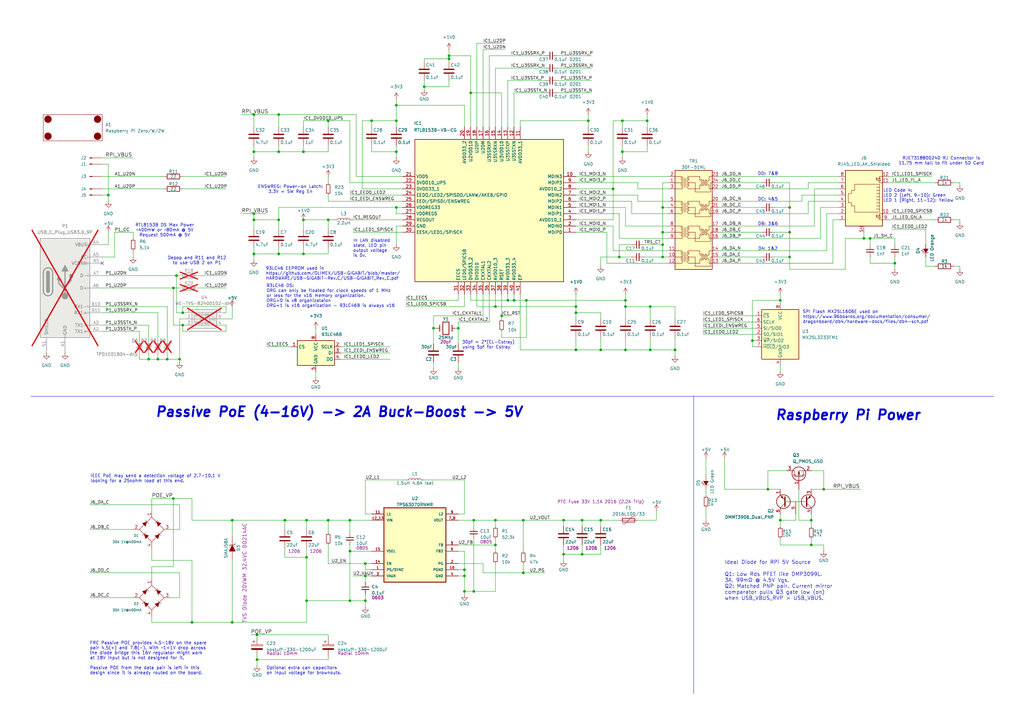
<source format=kicad_sch>
(kicad_sch (version 20231120) (generator "eeschema") (generator_version "8.0")
  (paper "A3")
  (title_block (title "Raspberry Pi - Power Over Ethernet & PHY") (date "2016-02-02") (rev "0.1d") (company "OpenFet") (comment 1 "Author: Julien Marcus") (comment 2 "License: CERN OHL V1.2"))
  (junction (at 332.74 223.52))
  (junction (at 231.14 227.33))
  (junction (at 74.93 128.27))
  (junction (at 125.73 228.6))
  (junction (at 246.38 143.51))
  (junction (at 104.14 46.99))
  (junction (at 104.14 62.23))
  (junction (at 64.77 147.32))
  (junction (at 255.27 62.23))
  (junction (at 184.15 24.13))
  (junction (at 162.56 43.18))
  (junction (at 71.12 118.11))
  (junction (at 203.2 223.52))
  (junction (at 231.14 213.36))
  (junction (at 149.86 231.14))
  (junction (at 271.78 105.41))
  (junction (at 251.46 77.47))
  (junction (at 152.4 49.53))
  (junction (at 190.5 242.57))
  (junction (at 256.54 123.19))
  (junction (at 193.04 38.1))
  (junction (at 162.56 49.53))
  (junction (at 194.31 242.57))
  (junction (at 124.46 90.17))
  (junction (at 271.78 85.09))
  (junction (at 149.86 246.38))
  (junction (at 323.85 85.09))
  (junction (at 271.78 95.25))
  (junction (at 214.63 234.95))
  (junction (at 236.22 125.73))
  (junction (at 308.61 139.7))
  (junction (at 214.63 213.36))
  (junction (at 203.2 125.73))
  (junction (at 71.12 204.47))
  (junction (at 124.46 104.14))
  (junction (at 354.33 97.79))
  (junction (at 215.9 123.19))
  (junction (at 265.43 49.53))
  (junction (at 44.45 80.01))
  (junction (at 190.5 233.68))
  (junction (at 323.85 95.25))
  (junction (at 266.7 143.51))
  (junction (at 134.62 49.53))
  (junction (at 254 105.41))
  (junction (at 187.96 134.62))
  (junction (at 95.25 255.27))
  (junction (at 320.04 123.19))
  (junction (at 143.51 246.38))
  (junction (at 367.03 107.95))
  (junction (at 208.28 123.19))
  (junction (at 190.5 236.22))
  (junction (at 124.46 62.23))
  (junction (at 162.56 62.23))
  (junction (at 173.99 35.56))
  (junction (at 320.04 213.36))
  (junction (at 73.66 147.32))
  (junction (at 246.38 213.36))
  (junction (at 194.31 213.36))
  (junction (at 60.96 147.32))
  (junction (at 184.15 22.86))
  (junction (at 114.3 104.14))
  (junction (at 134.62 213.36))
  (junction (at 74.93 133.35))
  (junction (at 95.25 213.36))
  (junction (at 356.87 97.79))
  (junction (at 78.74 255.27))
  (junction (at 105.41 260.35))
  (junction (at 105.41 270.51))
  (junction (at 323.85 105.41))
  (junction (at 203.2 213.36))
  (junction (at 256.54 143.51))
  (junction (at 125.73 246.38))
  (junction (at 241.3 49.53))
  (junction (at 143.51 213.36))
  (junction (at 134.62 90.17))
  (junction (at 72.39 113.03))
  (junction (at 256.54 125.73))
  (junction (at 205.74 129.54))
  (junction (at 337.82 200.66))
  (junction (at 162.56 85.09))
  (junction (at 114.3 62.23))
  (junction (at 238.76 227.33))
  (junction (at 104.14 90.17))
  (junction (at 210.82 123.19))
  (junction (at 238.76 213.36))
  (junction (at 114.3 46.99))
  (junction (at 271.78 100.33))
  (junction (at 236.22 143.51))
  (junction (at 125.73 213.36))
  (junction (at 314.96 200.66))
  (junction (at 276.86 143.51))
  (junction (at 116.84 213.36))
  (junction (at 236.22 128.27))
  (junction (at 104.14 87.63))
  (junction (at 332.74 213.36))
  (junction (at 143.51 226.06))
  (junction (at 104.14 104.14))
  (junction (at 177.8 134.62))
  (junction (at 149.86 236.22))
  (junction (at 114.3 90.17))
  (junction (at 68.58 147.32))
  (junction (at 255.27 49.53))
  (junction (at 266.7 125.73))
  (no_connect (at 41.91 107.95))
  (wire (pts (xy 393.7 74.93) (xy 391.16 74.93)))
  (wire (pts (xy 309.88 139.7) (xy 308.61 139.7)))
  (wire (pts (xy 198.12 129.54) (xy 177.8 129.54)))
  (wire (pts (xy 134.62 213.36) (xy 143.51 213.36)))
  (wire (pts (xy 187.96 134.62) (xy 187.96 132.08)))
  (wire (pts (xy 314.96 193.04) (xy 314.96 200.66)))
  (wire (pts (xy 271.78 105.41) (xy 271.78 100.33)))
  (wire (pts (xy 165.1 85.09) (xy 162.56 85.09)))
  (wire (pts (xy 186.69 134.62) (xy 187.96 134.62)))
  (wire (pts (xy 228.6 38.1) (xy 242.57 38.1)))
  (wire (pts (xy 266.7 143.51) (xy 276.86 143.51)))
  (wire (pts (xy 146.05 72.39) (xy 165.1 72.39)))
  (wire (pts (xy 95.25 213.36) (xy 116.84 213.36)))
  (wire (pts (xy 139.7 142.24) (xy 160.02 142.24)))
  (wire (pts (xy 259.08 100.33) (xy 254 100.33)))
  (wire (pts (xy 203.2 223.52) (xy 203.2 226.06)))
  (wire (pts (xy 190.5 236.22) (xy 187.96 236.22)))
  (wire (pts (xy 320.04 123.19) (xy 320.04 124.46)))
  (wire (pts (xy 238.76 227.33) (xy 246.38 227.33)))
  (wire (pts (xy 289.56 187.96) (xy 289.56 195.58)))
  (wire (pts (xy 254 87.63) (xy 236.22 87.63)))
  (wire (pts (xy 393.7 91.44) (xy 393.7 90.17)))
  (wire (pts (xy 44.45 67.31) (xy 41.91 67.31)))
  (wire (pts (xy 74.93 128.27) (xy 72.39 128.27)))
  (wire (pts (xy 341.63 90.17) (xy 341.63 107.95)))
  (wire (pts (xy 114.3 104.14) (xy 114.3 101.6)))
  (wire (pts (xy 274.32 87.63) (xy 259.08 87.63)))
  (wire (pts (xy 139.7 144.78) (xy 160.02 144.78)))
  (wire (pts (xy 255.27 62.23) (xy 255.27 64.77)))
  (wire (pts (xy 274.32 97.79) (xy 254 97.79)))
  (wire (pts (xy 203.2 213.36) (xy 203.2 215.9)))
  (wire (pts (xy 337.82 223.52) (xy 337.82 226.06)))
  (wire (pts (xy 255.27 49.53) (xy 255.27 52.07)))
  (wire (pts (xy 143.51 226.06) (xy 152.4 226.06)))
  (wire (pts (xy 144.78 95.25) (xy 165.1 95.25)))
  (wire (pts (xy 336.55 85.09) (xy 336.55 97.79)))
  (wire (pts (xy 236.22 90.17) (xy 251.46 90.17)))
  (wire (pts (xy 198.12 120.65) (xy 198.12 129.54)))
  (wire (pts (xy 162.56 62.23) (xy 162.56 64.77)))
  (wire (pts (xy 134.62 82.55) (xy 165.1 82.55)))
  (wire (pts (xy 64.77 147.32) (xy 64.77 144.78)))
  (wire (pts (xy 134.62 62.23) (xy 134.62 59.69)))
  (wire (pts (xy 62.23 229.87) (xy 78.74 229.87)))
  (wire (pts (xy 165.1 87.63) (xy 162.56 87.63)))
  (wire (pts (xy 294.64 102.87) (xy 339.09 102.87)))
  (wire (pts (xy 241.3 46.99) (xy 241.3 49.53)))
  (wire (pts (xy 71.12 118.11) (xy 71.12 133.35)))
  (wire (pts (xy 205.74 129.54) (xy 209.55 129.54)))
  (wire (pts (xy 105.41 270.51) (xy 134.62 270.51)))
  (wire (pts (xy 177.8 129.54) (xy 177.8 134.62)))
  (wire (pts (xy 203.2 125.73) (xy 195.58 125.73)))
  (wire (pts (xy 356.87 97.79) (xy 356.87 100.33)))
  (wire (pts (xy 134.62 90.17) (xy 134.62 93.98)))
  (wire (pts (xy 152.4 62.23) (xy 162.56 62.23)))
  (wire (pts (xy 184.15 35.56) (xy 184.15 33.02)))
  (wire (pts (xy 198.12 231.14) (xy 198.12 234.95)))
  (wire (pts (xy 354.33 97.79) (xy 346.71 97.79)))
  (wire (pts (xy 71.12 118.11) (xy 73.66 118.11)))
  (wire (pts (xy 92.71 128.27) (xy 92.71 125.73)))
  (wire (pts (xy 246.38 109.22) (xy 246.38 105.41)))
  (wire (pts (xy 62.23 204.47) (xy 62.23 209.55)))
  (wire (pts (xy 195.58 52.07) (xy 195.58 17.78)))
  (wire (pts (xy 289.56 213.36) (xy 289.56 208.28)))
  (wire (pts (xy 251.46 49.53) (xy 251.46 77.47)))
  (wire (pts (xy 288.29 134.62) (xy 309.88 134.62)))
  (wire (pts (xy 41.91 133.35) (xy 60.96 133.35)))
  (wire (pts (xy 134.62 90.17) (xy 137.16 90.17)))
  (wire (pts (xy 187.96 140.97) (xy 187.96 134.62)))
  (wire (pts (xy 190.5 52.07) (xy 190.5 43.18)))
  (wire (pts (xy 116.84 228.6) (xy 125.73 228.6)))
  (wire (pts (xy 231.14 213.36) (xy 231.14 215.9)))
  (wire (pts (xy 344.17 80.01) (xy 328.93 80.01)))
  (wire (pts (xy 190.5 226.06) (xy 187.96 226.06)))
  (wire (pts (xy 194.31 213.36) (xy 194.31 215.9)))
  (wire (pts (xy 276.86 143.51) (xy 276.86 146.05)))
  (wire (pts (xy 294.64 72.39) (xy 344.17 72.39)))
  (wire (pts (xy 223.52 27.94) (xy 203.2 27.94)))
  (wire (pts (xy 134.62 223.52) (xy 134.62 231.14)))
  (wire (pts (xy 323.85 110.49) (xy 346.71 110.49)))
  (wire (pts (xy 231.14 227.33) (xy 238.76 227.33)))
  (wire (pts (xy 223.52 38.1) (xy 210.82 38.1)))
  (wire (pts (xy 124.46 104.14) (xy 124.46 101.6)))
  (wire (pts (xy 187.96 213.36) (xy 194.31 213.36)))
  (wire (pts (xy 125.73 246.38) (xy 125.73 255.27)))
  (wire (pts (xy 323.85 95.25) (xy 323.85 105.41)))
  (wire (pts (xy 152.4 210.82) (xy 149.86 210.82)))
  (wire (pts (xy 210.82 123.19) (xy 215.9 123.19)))
  (wire (pts (xy 104.14 59.69) (xy 104.14 62.23)))
  (wire (pts (xy 236.22 125.73) (xy 236.22 128.27)))
  (wire (pts (xy 205.74 52.07) (xy 205.74 38.1)))
  (wire (pts (xy 193.04 123.19) (xy 193.04 120.65)))
  (wire (pts (xy 354.33 97.79) (xy 356.87 97.79)))
  (wire (pts (xy 320.04 213.36) (xy 326.39 213.36)))
  (wire (pts (xy 54.61 217.17) (xy 36.83 217.17)))
  (wire (pts (xy 44.45 100.33) (xy 44.45 95.25)))
  (wire (pts (xy 19.05 143.51) (xy 19.05 144.78)))
  (wire (pts (xy 203.2 213.36) (xy 214.63 213.36)))
  (wire (pts (xy 144.78 90.17) (xy 165.1 90.17)))
  (wire (pts (xy 184.15 22.86) (xy 193.04 22.86)))
  (wire (pts (xy 261.62 80.01) (xy 261.62 82.55)))
  (wire (pts (xy 288.29 129.54) (xy 309.88 129.54)))
  (wire (pts (xy 194.31 242.57) (xy 203.2 242.57)))
  (wire (pts (xy 57.15 147.32) (xy 57.15 144.78)))
  (wire (pts (xy 334.01 77.47) (xy 334.01 92.71)))
  (wire (pts (xy 125.73 228.6) (xy 125.73 246.38)))
  (wire (pts (xy 41.91 100.33) (xy 44.45 100.33)))
  (wire (pts (xy 144.78 236.22) (xy 149.86 236.22)))
  (wire (pts (xy 95.25 130.81) (xy 91.44 130.81)))
  (wire (pts (xy 214.63 213.36) (xy 231.14 213.36)))
  (wire (pts (xy 152.4 49.53) (xy 152.4 52.07)))
  (wire (pts (xy 238.76 223.52) (xy 238.76 227.33)))
  (wire (pts (xy 364.49 90.17) (xy 383.54 90.17)))
  (wire (pts (xy 320.04 220.98) (xy 320.04 223.52)))
  (wire (pts (xy 266.7 138.43) (xy 266.7 143.51)))
  (wire (pts (xy 193.04 22.86) (xy 193.04 38.1)))
  (wire (pts (xy 162.56 87.63) (xy 162.56 85.09)))
  (wire (pts (xy 294.64 82.55) (xy 328.93 82.55)))
  (wire (pts (xy 294.64 74.93) (xy 312.42 74.93)))
  (wire (pts (xy 195.58 17.78) (xy 207.01 17.78)))
  (wire (pts (xy 149.86 231.14) (xy 152.4 231.14)))
  (wire (pts (xy 214.63 234.95) (xy 223.52 234.95)))
  (wire (pts (xy 143.51 49.53) (xy 134.62 49.53)))
  (wire (pts (xy 173.99 35.56) (xy 184.15 35.56)))
  (wire (pts (xy 78.74 204.47) (xy 78.74 213.36)))
  (wire (pts (xy 187.96 120.65) (xy 187.96 123.19)))
  (wire (pts (xy 271.78 74.93) (xy 274.32 74.93)))
  (wire (pts (xy 274.32 92.71) (xy 256.54 92.71)))
  (wire (pts (xy 114.3 85.09) (xy 162.56 85.09)))
  (wire (pts (xy 328.93 80.01) (xy 328.93 82.55)))
  (wire (pts (xy 269.24 209.55) (xy 269.24 213.36)))
  (wire (pts (xy 92.71 135.89) (xy 74.93 135.89)))
  (wire (pts (xy 114.3 62.23) (xy 124.46 62.23)))
  (wire (pts (xy 60.96 139.7) (xy 60.96 133.35)))
  (wire (pts (xy 44.45 80.01) (xy 44.45 82.55)))
  (wire (pts (xy 203.2 27.94) (xy 203.2 52.07)))
  (wire (pts (xy 205.74 138.43) (xy 215.9 138.43)))
  (wire (pts (xy 190.5 243.84) (xy 190.5 242.57)))
  (wire (pts (xy 72.39 128.27) (xy 72.39 113.03)))
  (wire (pts (xy 339.09 87.63) (xy 339.09 102.87)))
  (wire (pts (xy 104.14 62.23) (xy 104.14 64.77)))
  (wire (pts (xy 294.64 95.25) (xy 312.42 95.25)))
  (wire (pts (xy 356.87 107.95) (xy 356.87 105.41)))
  (wire (pts (xy 246.38 143.51) (xy 256.54 143.51)))
  (wire (pts (xy 276.86 125.73) (xy 266.7 125.73)))
  (wire (pts (xy 215.9 138.43) (xy 215.9 123.19)))
  (wire (pts (xy 246.38 128.27) (xy 236.22 128.27)))
  (wire (pts (xy 124.46 62.23) (xy 124.46 59.69)))
  (wire (pts (xy 208.28 123.19) (xy 210.82 123.19)))
  (wire (pts (xy 60.96 147.32) (xy 57.15 147.32)))
  (wire (pts (xy 208.28 52.07) (xy 208.28 33.02)))
  (wire (pts (xy 152.4 233.68) (xy 149.86 233.68)))
  (wire (pts (xy 317.5 74.93) (xy 323.85 74.93)))
  (wire (pts (xy 255.27 59.69) (xy 255.27 62.23)))
  (wire (pts (xy 265.43 46.99) (xy 265.43 49.53)))
  (wire (pts (xy 344.17 85.09) (xy 336.55 85.09)))
  (wire (pts (xy 265.43 62.23) (xy 265.43 59.69)))
  (wire (pts (xy 251.46 49.53) (xy 255.27 49.53)))
  (wire (pts (xy 200.66 22.86) (xy 200.66 52.07)))
  (wire (pts (xy 255.27 49.53) (xy 265.43 49.53)))
  (wire (pts (xy 213.36 143.51) (xy 236.22 143.51)))
  (wire (pts (xy 344.17 77.47) (xy 334.01 77.47)))
  (wire (pts (xy 184.15 22.86) (xy 184.15 24.13)))
  (wire (pts (xy 149.86 196.85) (xy 166.37 196.85)))
  (wire (pts (xy 68.58 147.32) (xy 64.77 147.32)))
  (wire (pts (xy 326.39 213.36) (xy 326.39 210.82)))
  (wire (pts (xy 114.3 46.99) (xy 146.05 46.99)))
  (wire (pts (xy 248.92 95.25) (xy 248.92 107.95)))
  (wire (pts (xy 41.91 77.47) (xy 67.31 77.47)))
  (wire (pts (xy 78.74 229.87) (xy 78.74 255.27)))
  (wire (pts (xy 41.91 125.73) (xy 68.58 125.73)))
  (wire (pts (xy 104.14 46.99) (xy 114.3 46.99)))
  (wire (pts (xy 367.03 97.79) (xy 367.03 100.33)))
  (wire (pts (xy 236.22 95.25) (xy 248.92 95.25)))
  (wire (pts (xy 200.66 132.08) (xy 200.66 120.65)))
  (wire (pts (xy 162.56 49.53) (xy 162.56 52.07)))
  (wire (pts (xy 109.22 142.24) (xy 119.38 142.24)))
  (wire (pts (xy 344.17 87.63) (xy 339.09 87.63)))
  (wire (pts (xy 256.54 85.09) (xy 236.22 85.09)))
  (wire (pts (xy 261.62 82.55) (xy 274.32 82.55)))
  (wire (pts (xy 68.58 147.32) (xy 68.58 144.78)))
  (wire (pts (xy 251.46 102.87) (xy 251.46 92.71)))
  (wire (pts (xy 62.23 204.47) (xy 71.12 204.47)))
  (wire (pts (xy 332.74 200.66) (xy 337.82 200.66)))
  (wire (pts (xy 95.25 255.27) (xy 125.73 255.27)))
  (wire (pts (xy 102.87 260.35) (xy 105.41 260.35)))
  (wire (pts (xy 149.86 236.22) (xy 149.86 238.76)))
  (wire (pts (xy 193.04 38.1) (xy 193.04 52.07)))
  (wire (pts (xy 74.93 133.35) (xy 76.2 133.35)))
  (wire (pts (xy 308.61 139.7) (xy 308.61 142.24)))
  (wire (pts (xy 134.62 72.39) (xy 134.62 74.93)))
  (wire (pts (xy 173.99 33.02) (xy 173.99 35.56)))
  (wire (pts (xy 162.56 43.18) (xy 162.56 49.53)))
  (wire (pts (xy 190.5 242.57) (xy 190.5 236.22)))
  (wire (pts (xy 391.16 109.22) (xy 393.7 109.22)))
  (wire (pts (xy 246.38 223.52) (xy 246.38 227.33)))
  (wire (pts (xy 195.58 125.73) (xy 195.58 120.65)))
  (wire (pts (xy 256.54 125.73) (xy 266.7 125.73)))
  (wire (pts (xy 143.51 246.38) (xy 143.51 226.06)))
  (wire (pts (xy 143.51 49.53) (xy 143.51 74.93)))
  (wire (pts (xy 143.51 74.93) (xy 165.1 74.93)))
  (wire (pts (xy 149.86 243.84) (xy 149.86 246.38)))
  (wire (pts (xy 288.29 132.08) (xy 309.88 132.08)))
  (wire (pts (xy 81.28 113.03) (xy 92.71 113.03)))
  (wire (pts (xy 274.32 77.47) (xy 261.62 77.47)))
  (wire (pts (xy 246.38 215.9) (xy 246.38 213.36)))
  (wire (pts (xy 198.12 20.32) (xy 207.01 20.32)))
  (wire (pts (xy 73.66 147.32) (xy 73.66 130.81)))
  (wire (pts (xy 264.16 100.33) (xy 271.78 100.33)))
  (wire (pts (xy 73.66 245.11) (xy 73.66 234.95)))
  (wire (pts (xy 264.16 105.41) (xy 271.78 105.41)))
  (wire (pts (xy 308.61 123.19) (xy 320.04 123.19)))
  (wire (pts (xy 314.96 200.66) (xy 320.04 200.66)))
  (wire (pts (xy 337.82 193.04) (xy 337.82 200.66)))
  (wire (pts (xy 254 100.33) (xy 254 105.41)))
  (wire (pts (xy 367.03 107.95) (xy 356.87 107.95)))
  (wire (pts (xy 294.64 85.09) (xy 312.42 85.09)))
  (wire (pts (xy 379.73 105.41) (xy 379.73 109.22)))
  (wire (pts (xy 261.62 77.47) (xy 261.62 74.93)))
  (wire (pts (xy 60.96 147.32) (xy 60.96 144.78)))
  (wire (pts (xy 184.15 20.32) (xy 184.15 22.86)))
  (wire (pts (xy 91.44 128.27) (xy 92.71 128.27)))
  (wire (pts (xy 246.38 105.41) (xy 254 105.41)))
  (wire (pts (xy 152.4 59.69) (xy 152.4 62.23)))
  (wire (pts (xy 256.54 125.73) (xy 256.54 130.81)))
  (wire (pts (xy 104.14 87.63) (xy 109.22 87.63)))
  (wire (pts (xy 95.25 229.87) (xy 95.25 255.27)))
  (wire (pts (xy 210.82 38.1) (xy 210.82 52.07)))
  (wire (pts (xy 187.96 231.14) (xy 198.12 231.14)))
  (wire (pts (xy 259.08 87.63) (xy 259.08 82.55)))
  (wire (pts (xy 208.28 120.65) (xy 208.28 123.19)))
  (wire (pts (xy 332.74 223.52) (xy 337.82 223.52)))
  (wire (pts (xy 322.58 193.04) (xy 314.96 193.04)))
  (wire (pts (xy 213.36 49.53) (xy 241.3 49.53)))
  (wire (pts (xy 54.61 102.87) (xy 54.61 105.41)))
  (wire (pts (xy 162.56 100.33) (xy 162.56 92.71)))
  (wire (pts (xy 236.22 80.01) (xy 261.62 80.01)))
  (wire (pts (xy 143.51 213.36) (xy 143.51 218.44)))
  (wire (pts (xy 308.61 142.24) (xy 309.88 142.24)))
  (wire (pts (xy 149.86 246.38) (xy 149.86 248.92)))
  (wire (pts (xy 44.45 80.01) (xy 44.45 67.31)))
  (wire (pts (xy 364.49 72.39) (xy 382.27 72.39)))
  (wire (pts (xy 104.14 104.14) (xy 114.3 104.14)))
  (wire (pts (xy 236.22 143.51) (xy 246.38 143.51)))
  (wire (pts (xy 190.5 120.65) (xy 190.5 125.73)))
  (wire (pts (xy 71.12 204.47) (xy 78.74 204.47)))
  (wire (pts (xy 228.6 22.86) (xy 242.57 22.86)))
  (wire (pts (xy 259.08 82.55) (xy 236.22 82.55)))
  (wire (pts (xy 69.85 245.11) (xy 73.66 245.11)))
  (wire (pts (xy 71.12 133.35) (xy 74.93 133.35)))
  (wire (pts (xy 297.18 200.66) (xy 314.96 200.66)))
  (wire (pts (xy 74.93 135.89) (xy 74.93 133.35)))
  (wire (pts (xy 256.54 143.51) (xy 266.7 143.51)))
  (wire (pts (xy 114.3 85.09) (xy 114.3 90.17)))
  (wire (pts (xy 203.2 120.65) (xy 203.2 125.73)))
  (wire (pts (xy 116.84 213.36) (xy 125.73 213.36)))
  (wire (pts (xy 92.71 133.35) (xy 92.71 135.89)))
  (wire (pts (xy 71.12 232.41) (xy 71.12 204.47)))
  (wire (pts (xy 248.92 107.95) (xy 274.32 107.95)))
  (wire (pts (xy 92.71 125.73) (xy 74.93 125.73)))
  (wire (pts (xy 41.91 128.27) (xy 64.77 128.27)))
  (wire (pts (xy 236.22 72.39) (xy 274.32 72.39)))
  (wire (pts (xy 241.3 62.23) (xy 241.3 59.69)))
  (wire (pts (xy 125.73 213.36) (xy 134.62 213.36)))
  (wire (pts (xy 187.96 223.52) (xy 203.2 223.52)))
  (wire (pts (xy 57.15 135.89) (xy 57.15 139.7)))
  (wire (pts (xy 254 97.79) (xy 254 87.63)))
  (wire (pts (xy 327.66 200.66) (xy 327.66 213.36)))
  (wire (pts (xy 41.91 118.11) (xy 71.12 118.11)))
  (wire (pts (xy 190.5 196.85) (xy 190.5 210.82)))
  (wire (pts (xy 337.82 200.66) (xy 353.06 200.66)))
  (wire (pts (xy 393.7 76.2) (xy 393.7 74.93)))
  (wire (pts (xy 256.54 92.71) (xy 256.54 85.09)))
  (wire (pts (xy 294.64 105.41) (xy 312.42 105.41)))
  (wire (pts (xy 276.86 143.51) (xy 276.86 138.43)))
  (wire (pts (xy 265.43 49.53) (xy 265.43 52.07)))
  (wire (pts (xy 146.05 46.99) (xy 146.05 72.39)))
  (wire (pts (xy 320.04 223.52) (xy 332.74 223.52)))
  (wire (pts (xy 332.74 193.04) (xy 337.82 193.04)))
  (wire (pts (xy 331.47 82.55) (xy 331.47 87.63)))
  (wire (pts (xy 276.86 130.81) (xy 276.86 125.73)))
  (wire (pts (xy 256.54 120.65) (xy 256.54 123.19)))
  (wire (pts (xy 73.66 148.59) (xy 73.66 147.32)))
  (wire (pts (xy 346.71 97.79) (xy 346.71 110.49)))
  (wire (pts (xy 78.74 213.36) (xy 95.25 213.36)))
  (wire (pts (xy 162.56 40.64) (xy 162.56 43.18)))
  (wire (pts (xy 231.14 223.52) (xy 231.14 227.33)))
  (wire (pts (xy 149.86 233.68) (xy 149.86 231.14)))
  (wire (pts (xy 190.5 43.18) (xy 162.56 43.18)))
  (wire (pts (xy 41.91 80.01) (xy 44.45 80.01)))
  (wire (pts (xy 205.74 135.89) (xy 205.74 138.43)))
  (wire (pts (xy 205.74 38.1) (xy 193.04 38.1)))
  (wire (pts (xy 213.36 52.07) (xy 213.36 49.53)))
  (wire (pts (xy 46.99 95.25) (xy 54.61 95.25)))
  (wire (pts (xy 274.32 102.87) (xy 251.46 102.87)))
  (wire (pts (xy 104.14 104.14) (xy 104.14 106.68)))
  (wire (pts (xy 238.76 213.36) (xy 238.76 215.9)))
  (wire (pts (xy 393.7 90.17) (xy 391.16 90.17)))
  (wire (pts (xy 364.49 74.93) (xy 383.54 74.93)))
  (wire (pts (xy 246.38 130.81) (xy 246.38 128.27)))
  (wire (pts (xy 73.66 217.17) (xy 73.66 207.01)))
  (wire (pts (xy 228.6 33.02) (xy 242.57 33.02)))
  (wire (pts (xy 134.62 270.51) (xy 134.62 269.24)))
  (wire (pts (xy 129.54 134.62) (xy 129.54 137.16)))
  (wire (pts (xy 208.28 123.19) (xy 193.04 123.19)))
  (wire (pts (xy 134.62 213.36) (xy 134.62 218.44)))
  (wire (pts (xy 91.44 133.35) (xy 92.71 133.35)))
  (wire (pts (xy 134.62 260.35) (xy 134.62 261.62)))
  (wire (pts (xy 54.61 245.11) (xy 36.83 245.11)))
  (wire (pts (xy 62.23 232.41) (xy 71.12 232.41)))
  (wire (pts (xy 294.64 92.71) (xy 334.01 92.71)))
  (wire (pts (xy 177.8 134.62) (xy 177.8 140.97)))
  (wire (pts (xy 294.64 107.95) (xy 341.63 107.95)))
  (wire (pts (xy 125.73 224.79) (xy 125.73 228.6)))
  (wire (pts (xy 73.66 130.81) (xy 76.2 130.81)))
  (wire (pts (xy 255.27 62.23) (xy 265.43 62.23)))
  (wire (pts (xy 261.62 74.93) (xy 236.22 74.93)))
  (wire (pts (xy 379.73 93.98) (xy 379.73 100.33)))
  (wire (pts (xy 95.25 219.71) (xy 95.25 213.36)))
  (wire (pts (xy 78.74 255.27) (xy 95.25 255.27)))
  (wire (pts (xy 105.41 270.51) (xy 105.41 273.05)))
  (wire (pts (xy 231.14 227.33) (xy 231.14 229.87)))
  (wire (pts (xy 69.85 217.17) (xy 73.66 217.17)))
  (wire (pts (xy 271.78 95.25) (xy 274.32 95.25)))
  (wire (pts (xy 152.4 49.53) (xy 162.56 49.53)))
  (wire (pts (xy 74.93 72.39) (xy 92.71 72.39)))
  (wire (pts (xy 297.18 200.66) (xy 297.18 187.96)))
  (wire (pts (xy 194.31 213.36) (xy 203.2 213.36)))
  (wire (pts (xy 223.52 22.86) (xy 200.66 22.86)))
  (wire (pts (xy 114.3 46.99) (xy 114.3 52.07)))
  (wire (pts (xy 166.37 125.73) (xy 190.5 125.73)))
  (wire (pts (xy 114.3 104.14) (xy 124.46 104.14)))
  (wire (pts (xy 271.78 95.25) (xy 271.78 85.09)))
  (wire (pts (xy 105.41 260.35) (xy 105.41 261.62)))
  (wire (pts (xy 317.5 105.41) (xy 323.85 105.41)))
  (wire (pts (xy 344.17 74.93) (xy 331.47 74.93)))
  (wire (pts (xy 162.56 59.69) (xy 162.56 62.23)))
  (wire (pts (xy 62.23 255.27) (xy 78.74 255.27)))
  (wire (pts (xy 190.5 210.82) (xy 187.96 210.82)))
  (wire (pts (xy 236.22 120.65) (xy 236.22 125.73)))
  (wire (pts (xy 289.56 203.2) (xy 289.56 200.66)))
  (wire (pts (xy 332.74 210.82) (xy 332.74 213.36)))
  (wire (pts (xy 124.46 90.17) (xy 134.62 90.17)))
  (wire (pts (xy 332.74 220.98) (xy 332.74 223.52)))
  (wire (pts (xy 215.9 123.19) (xy 256.54 123.19)))
  (wire (pts (xy 323.85 105.41) (xy 323.85 110.49)))
  (wire (pts (xy 187.96 132.08) (xy 200.66 132.08)))
  (wire (pts (xy 320.04 213.36) (xy 320.04 215.9)))
  (wire (pts (xy 261.62 213.36) (xy 269.24 213.36)))
  (wire (pts (xy 203.2 242.57) (xy 203.2 231.14)))
  (wire (pts (xy 271.78 85.09) (xy 274.32 85.09)))
  (wire (pts (xy 294.64 87.63) (xy 331.47 87.63)))
  (wire (pts (xy 125.73 213.36) (xy 125.73 217.17)))
  (wire (pts (xy 73.66 207.01) (xy 36.83 207.01)))
  (wire (pts (xy 365.76 93.98) (xy 379.73 93.98)))
  (wire (pts (xy 190.5 236.22) (xy 190.5 233.68)))
  (wire (pts (xy 271.78 85.09) (xy 271.78 74.93)))
  (wire (pts (xy 236.22 77.47) (xy 251.46 77.47)))
  (wire (pts (xy 320.04 210.82) (xy 320.04 213.36)))
  (wire (pts (xy 41.91 105.41) (xy 46.99 105.41)))
  (wire (pts (xy 134.62 82.55) (xy 134.62 80.01)))
  (wire (pts (xy 173.99 24.13) (xy 173.99 25.4)))
  (wire (pts (xy 203.2 125.73) (xy 236.22 125.73)))
  (wire (pts (xy 317.5 85.09) (xy 323.85 85.09)))
  (wire (pts (xy 294.64 77.47) (xy 331.47 77.47)))
  (wire (pts (xy 73.66 234.95) (xy 36.83 234.95)))
  (wire (pts (xy 116.84 224.79) (xy 116.84 228.6)))
  (wire (pts (xy 323.85 74.93) (xy 323.85 85.09)))
  (wire (pts (xy 354.33 95.25) (xy 354.33 97.79)))
  (wire (pts (xy 383.54 109.22) (xy 379.73 109.22)))
  (wire (pts (xy 356.87 97.79) (xy 367.03 97.79)))
  (wire (pts (xy 62.23 224.79) (xy 62.23 229.87)))
  (wire (pts (xy 327.66 213.36) (xy 332.74 213.36)))
  (wire (pts (xy 104.14 62.23) (xy 114.3 62.23)))
  (wire (pts (xy 104.14 101.6) (xy 104.14 104.14)))
  (wire (pts (xy 236.22 138.43) (xy 236.22 143.51)))
  (wire (pts (xy 95.25 125.73) (xy 95.25 130.81)))
  (wire (pts (xy 205.74 120.65) (xy 205.74 129.54)))
  (wire (pts (xy 228.6 27.94) (xy 242.57 27.94)))
  (wire (pts (xy 393.7 109.22) (xy 393.7 110.49)))
  (wire (pts (xy 184.15 24.13) (xy 184.15 25.4)))
  (wire (pts (xy 72.39 113.03) (xy 73.66 113.03)))
  (wire (pts (xy 190.5 233.68) (xy 187.96 233.68)))
  (wire (pts (xy 81.28 118.11) (xy 92.71 118.11)))
  (wire (pts (xy 364.49 87.63) (xy 382.27 87.63)))
  (wire (pts (xy 256.54 123.19) (xy 256.54 125.73)))
  (wire (pts (xy 143.51 223.52) (xy 143.51 226.06)))
  (wire (pts (xy 41.91 113.03) (xy 72.39 113.03)))
  (wire (pts (xy 104.14 46.99) (xy 104.14 52.07)))
  (wire (pts (xy 105.41 260.35) (xy 134.62 260.35)))
  (wire (pts (xy 99.06 87.63) (xy 104.14 87.63)))
  (wire (pts (xy 246.38 138.43) (xy 246.38 143.51)))
  (wire (pts (xy 124.46 62.23) (xy 134.62 62.23)))
  (wire (pts (xy 205.74 129.54) (xy 205.74 130.81)))
  (wire (pts (xy 317.5 95.25) (xy 323.85 95.25)))
  (wire (pts (xy 331.47 74.93) (xy 331.47 77.47)))
  (wire (pts (xy 214.63 234.95) (xy 214.63 231.14)))
  (wire (pts (xy 214.63 213.36) (xy 214.63 226.06)))
  (wire (pts (xy 320.04 120.65) (xy 320.04 123.19)))
  (wire (pts (xy 68.58 147.32) (xy 73.66 147.32)))
  (wire (pts (xy 143.51 80.01) (xy 165.1 80.01)))
  (wire (pts (xy 124.46 49.53) (xy 124.46 52.07)))
  (wire (pts (xy 271.78 105.41) (xy 274.32 105.41)))
  (wire (pts (xy 139.7 147.32) (xy 160.02 147.32)))
  (wire (pts (xy 104.14 90.17) (xy 114.3 90.17)))
  (wire (pts (xy 266.7 125.73) (xy 266.7 130.81)))
  (wire (pts (xy 323.85 85.09) (xy 323.85 95.25)))
  (wire (pts (xy 46.99 105.41) (xy 46.99 95.25)))
  (wire (pts (xy 238.76 213.36) (xy 246.38 213.36)))
  (wire (pts (xy 177.8 151.13) (xy 177.8 148.59)))
  (wire (pts (xy 256.54 138.43) (xy 256.54 143.51)))
  (wire (pts (xy 344.17 90.17) (xy 341.63 90.17)))
  (wire (pts (xy 54.61 95.25) (xy 54.61 97.79)))
  (wire (pts (xy 114.3 90.17) (xy 114.3 93.98)))
  (wire (pts (xy 41.91 72.39) (xy 67.31 72.39)))
  (wire (pts (xy 190.5 233.68) (xy 190.5 226.06)))
  (wire (pts (xy 194.31 220.98) (xy 194.31 242.57)))
  (wire (pts (xy 26.67 143.51) (xy 26.67 144.78)))
  (wire (pts (xy 143.51 246.38) (xy 125.73 246.38)))
  (wire (pts (xy 173.99 35.56) (xy 173.99 36.83)))
  (polyline (pts (xy 407.67 162.56) (xy 12.7 162.56)))
  (wire (pts (xy 332.74 213.36) (xy 332.74 215.9)))
  (wire (pts (xy 210.82 120.65) (xy 210.82 123.19)))
  (polyline (pts (xy 284.48 284.48) (xy 284.48 162.56)))
  (wire (pts (xy 124.46 90.17) (xy 124.46 93.98)))
  (wire (pts (xy 367.03 107.95) (xy 367.03 110.49)))
  (wire (pts (xy 134.62 49.53) (xy 124.46 49.53)))
  (wire (pts (xy 99.06 46.99) (xy 104.14 46.99)))
  (wire (pts (xy 162.56 92.71) (xy 165.1 92.71)))
  (wire (pts (xy 190.5 242.57) (xy 194.31 242.57)))
  (wire (pts (xy 367.03 105.41) (xy 367.03 107.95)))
  (wire (pts (xy 124.46 104.14) (xy 134.62 104.14)))
  (wire (pts (xy 251.46 92.71) (xy 236.22 92.71)))
  (wire (pts (xy 294.64 97.79) (xy 336.55 97.79)))
  (wire (pts (xy 241.3 49.53) (xy 241.3 52.07)))
  (wire (pts (xy 134.62 49.53) (xy 134.62 52.07)))
  (wire (pts (xy 134.62 231.14) (xy 149.86 231.14)))
  (wire (pts (xy 105.41 269.24) (xy 105.41 270.51)))
  (wire (pts (xy 231.14 213.36) (xy 238.76 213.36)))
  (wire (pts (xy 68.58 139.7) (xy 68.58 125.73)))
  (wire (pts (xy 166.37 123.19) (xy 187.96 123.19)))
  (wire (pts (xy 203.2 220.98) (xy 203.2 223.52)))
  (wire (pts (xy 104.14 90.17) (xy 104.14 93.98)))
  (wire (pts (xy 62.23 237.49) (xy 62.23 232.41)))
  (wire (pts (xy 187.96 151.13) (xy 187.96 148.59)))
  (wire (pts (xy 74.93 77.47) (xy 92.71 77.47)))
  (wire (pts (xy 320.04 149.86) (xy 320.04 152.4)))
  (wire (pts (xy 308.61 139.7) (xy 308.61 123.19)))
  (wire (pts (xy 254 105.41) (xy 259.08 105.41)))
  (wire (pts (xy 208.28 33.02) (xy 223.52 33.02)))
  (wire (pts (xy 198.12 234.95) (xy 214.63 234.95)))
  (wire (pts (xy 184.15 24.13) (xy 173.99 24.13)))
  (wire (pts (xy 41.91 64.77) (xy 54.61 64.77)))
  (wire (pts (xy 149.86 246.38) (xy 143.51 246.38)))
  (wire (pts (xy 152.4 236.22) (xy 149.86 236.22)))
  (wire (pts (xy 288.29 137.16) (xy 309.88 137.16)))
  (wire (pts (xy 149.86 210.82) (xy 149.86 196.85)))
  (wire (pts (xy 173.99 196.85) (xy 190.5 196.85)))
  (wire (pts (xy 236.22 128.27) (xy 236.22 130.81)))
  (wire (pts (xy 129.54 152.4) (xy 129.54 154.94)))
  (wire (pts (xy 148.59 77.47) (xy 148.59 49.53)))
  (wire (pts (xy 198.12 52.07) (xy 198.12 20.32)))
  (wire (pts (xy 344.17 82.55) (xy 331.47 82.55)))
  (wire (pts (xy 104.14 87.63) (xy 104.14 90.17)))
  (wire (pts (xy 271.78 100.33) (xy 271.78 95.25)))
  (wire (pts (xy 41.91 135.89) (xy 57.15 135.89)))
  (wire (pts (xy 134.62 104.14) (xy 134.62 101.6)))
  (wire (pts (xy 74.93 128.27) (xy 76.2 128.27)))
  (wire (pts (xy 114.3 62.23) (xy 114.3 59.69)))
  (wire (pts (xy 74.93 125.73) (xy 74.93 128.27)))
  (wire (pts (xy 116.84 213.36) (xy 116.84 217.17)))
  (wire (pts (xy 251.46 77.47) (xy 251.46 90.17)))
  (wire (pts (xy 165.1 77.47) (xy 148.59 77.47)))
  (wire (pts (xy 213.36 120.65) (xy 213.36 143.51)))
  (wire (pts (xy 246.38 213.36) (xy 254 213.36)))
  (wire (pts (xy 148.59 49.53) (xy 152.4 49.53)))
  (wire (pts (xy 177.8 134.62) (xy 179.07 134.62)))
  (wire (pts (xy 62.23 252.73) (xy 62.23 255.27)))
  (wire (pts (xy 64.77 139.7) (xy 64.77 128.27)))
  (wire (pts (xy 143.51 213.36) (xy 152.4 213.36)))
  (wire (pts (xy 64.77 147.32) (xy 60.96 147.32)))
  (text "DC: 4&5" (at 314.96 81.788 0) (effects (font (size 1.27 1.27))))
  (text "Depop and R11 and R12\nto use USB 2 on P1" (at 80.772 106.934 0) (effects (font (size 1.27 1.27))))
  (text "IEEE PoE may send a detection voltage of 2.7-10.1 V\nlooking for a 25kohm load at this end." (at 37.084 196.342 0) (effects (font (size 1.27 1.27)) (justify left)))
  (text "RTL8153B DS Max Power\n~400mW or ~80mA @ 5V\nRequest 500mA @ 5V" (at 67.564 94.488 0) (effects (font (size 1.27 1.27))))
  (text "RJE7318800240 RJ Connector is\n11.75 mm tall to fit under SD Card" (at 386.08 66.04 0) (effects (font (size 1.27 1.27))))
  (text "ENSWREG: Power-on Latch:\n3.3V = SW Reg En" (at 119.126 77.724 0) (effects (font (size 1.27 1.27))))
  (text "Passive PoE (4-16V) -> 2A Buck-Boost -> 5V" (at 63.5 171.45 0) (effects (font (size 3.9878 3.9878) (thickness 0.7976) (bold yes) (italic yes)) (justify left bottom)))
  (text "In LAN disabled\nstate, LED pin\noutput voltage\nis 0v." (at 144.78 101.854 0) (effects (font (size 1.27 1.27)) (justify left)))
  (text "30pf = 2*(CL-Cstray)\nusing 5pf for Cstray" (at 189.484 141.478 0) (effects (font (size 1.27 1.27)) (justify left)))
  (text "DD: 7&8" (at 314.96 71.374 0) (effects (font (size 1.27 1.27))))
  (text "Raspberry Pi Power" (at 317.754 172.72 0) (effects (font (size 3.9878 3.9878) (thickness 0.7976) (bold yes) (italic yes)) (justify left bottom)))
  (text "SPI Flash MX25L1606E used on\nhttps://www.96boards.org/documentation/consumer/\ndragonboard/db4/hardware-docs/files/db4-sch.pdf" (at 329.184 130.048 0) (effects (font (size 1.27 1.27)) (justify left)))
  (text "Ideal Diode for RPi 5V Source\n\nQ1: Low Rds PFET like DMP3099L.\n3A, 99mΩ @ 4.5V Vgs.\nQ2: Matched PNP pair. Current mirror\ncomparator pulls Q3 gate low (on)\nwhen USB_VBUS_RVP > USB_VBUS." (at 297.18 246.38 0) (effects (font (size 1.524 1.524)) (justify left bottom)))
  (text "DA: 1&2" (at 314.96 102.108 0) (effects (font (size 1.27 1.27))))
  (text "DB: 3&6" (at 314.96 91.948 0) (effects (font (size 1.27 1.27))))
  (text "93LC46 EEPROM used in\nhttps://github.com/OLIMEX/USB-GIGABIT/blob/master/\nHARDWARE/USB-GIGABIT-Rev.C/USB-GIGABIT_Rev_C.pdf" (at 108.966 112.268 0) (effects (font (size 1.27 1.27)) (justify left)))
  (text "FRC Passive POE provides 4.5-18V on the spare\npair 4,5(+) and 7,8(-). With ~1+1V drop across\nthe diode bridge this 16V regulator might work\nat 18V input but is not designed for it.\n\nPassive POE from the data pair is left in this\ndesign since it is already routed on the board." (at 36.83 276.86 0) (effects (font (size 1.27 1.27)) (justify left bottom)))
  (text "93LC46 DS:\nORG can only be floated for clock speeds of 1 MHz\nor less for the x16 memory organization.\nORG=0 is x8 organizataion\nORG=1 is x16 organization - 93LC46B is always x16" (at 109.22 121.412 0) (effects (font (size 1.27 1.27)) (justify left)))
  (text "Optional extra can capacitors\non input voltage for brownouts." (at 109.22 276.86 0) (effects (font (size 1.27 1.27)) (justify left bottom)))
  (text "LED Code 4:\nLED 2 (Left, 9-10): Green\nLED 1 (Right, 11-12): Yellow" (at 362.204 80.264 0) (effects (font (size 1.27 1.27)) (justify left)))
  (label "IC1_RST" (at 205.74 129.54 0))
  (label "A1_U2DN" (at 46.99 72.39 0))
  (label "RPI_VBUS" (at 43.18 64.77 0) (effects (font (size 1.524 1.524))))
  (label "J6_DA_P" (at 295.91 107.95 0))
  (label "P1_U3SSRX_N" (at 43.18 125.73 0))
  (label "IC1_CKXTAL2" (at 187.96 132.08 0))
  (label "P1_U3SSTX_P" (at 43.18 135.89 0))
  (label "IC1_EED0_LED2" (at 288.29 137.16 0))
  (label "J6_DA_C" (at 36.83 207.01 0))
  (label "J6_DD_C" (at 36.83 234.95 0))
  (label "J6_DC_P" (at 295.91 87.63 0))
  (label "IC1_CKXTAL1" (at 185.42 129.54 0))
  (label "IC1_U2DN" (at 83.82 72.39 0))
  (label "J6_DD_N" (at 295.91 72.39 0))
  (label "POE_VP" (at 102.87 260.35 0) (effects (font (size 1.524 1.524))))
  (label "J6_DC_C" (at 36.83 245.11 0))
  (label "IC1_U2DN" (at 83.82 113.03 0))
  (label "U2_EN" (at 135.89 231.14 0))
  (label "IC1_MDI1_N" (at 237.49 85.09 0))
  (label "P1_U2DP" (at 43.18 118.11 0))
  (label "IC1_EEDI_ENSWREG" (at 140.97 144.78 0))
  (label "IC1_MDI1_P" (at 237.49 87.63 0))
  (label "IC1_LED1_SPISCK" (at 144.78 95.25 0))
  (label "IC1_EECS" (at 109.22 142.24 0))
  (label "IC1_U3SSTX_P" (at 209.55 33.02 0))
  (label "J6_DB_C" (at 36.83 217.17 0))
  (label "U2_L2" (at 185.42 196.85 0))
  (label "J6_DD_C" (at 295.91 74.93 0))
  (label "IC1_LED1_SPISCK" (at 288.29 132.08 0))
  (label "IC1_EECS" (at 166.37 123.19 0))
  (label "U2_L1" (at 149.86 196.85 0))
  (label "P1_U3SSRX_P" (at 43.18 128.27 0))
  (label "J1_SH_C" (at 358.14 97.79 0))
  (label "IC1_MDI0_N" (at 237.49 92.71 0))
  (label "P1_U2DN" (at 43.18 113.03 0))
  (label "J6_DA_C" (at 295.91 105.41 0))
  (label "IC1_U3SSRX_N" (at 209.55 27.94 0))
  (label "IC1_MDI3_P" (at 237.49 74.93 0))
  (label "U2_VAUX" (at 144.78 236.22 0))
  (label "IC1_EEDI_ENSWREG" (at 288.29 134.62 0))
  (label "U2_PG" (at 217.17 234.95 0))
  (label "IC1_REGOUT" (at 144.78 90.17 0))
  (label "J6_DD_P" (at 295.91 77.47 0))
  (label "J1_LED_YL_A" (at 365.76 74.93 0))
  (label "U2_VOUT" (at 217.17 213.36 0))
  (label "RPI_VBUS" (at 99.06 87.63 0) (effects (font (size 1.524 1.524))))
  (label "IC1_LED1_SPISCK" (at 140.97 142.24 0))
  (label "IC1_U2DN" (at 198.12 20.32 0))
  (label "IC1_DVDD10_UPS" (at 124.46 49.53 0))
  (label "IC1_MDI2_P" (at 237.49 82.55 0))
  (label "J6_DC_C" (at 295.91 85.09 0))
  (label "TR1_CT" (at 264.16 100.33 0))
  (label "J6_DB_N" (at 295.91 92.71 0))
  (label "J6_DC_N" (at 295.91 82.55 0))
  (label "POE_VP" (at 62.23 204.47 0) (effects (font (size 1.524 1.524))))
  (label "RPI_VBUS" (at 341.63 200.66 0) (effects (font (size 1.524 1.524))))
  (label "IC1_MDI0_P" (at 237.49 95.25 0))
  (label "IC1_EED0_LED2" (at 143.51 80.01 0))
  (label "IC1_EED0_LED2" (at 140.97 147.32 0))
  (label "A1_U2DP" (at 46.99 77.47 0))
  (label "RPI_VBUS" (at 99.06 46.99 0) (effects (font (size 1.524 1.524))))
  (label "IC1_U3SSTX_N" (at 210.82 38.1 0))
  (label "IC1_LED1_SPISCK" (at 365.76 72.39 0))
  (label "IC1_U2DP" (at 83.82 118.11 0))
  (label "IC1_LED0_SPICSB" (at 365.76 87.63 0))
  (label "J6_DB_P" (at 295.91 97.79 0))
  (label "IC1_LED0_SPICSB" (at 288.29 129.54 0))
  (label "J6_DA_N" (at 295.91 102.87 0))
  (label "P1_U3SSTX_N" (at 43.18 133.35 0))
  (label "IC1_MDI2_N" (at 237.49 80.01 0))
  (label "IC1_EEDI_ENSWREG" (at 143.51 82.55 0))
  (label "IC1_EED0_LED2" (at 365.76 93.98 0))
  (label "P1_U3SSTX_P" (at 229.87 33.02 0))
  (label "IC1_MDI3_N" (at 237.49 72.39 0))
  (label "J6_DB_C" (at 295.91 95.25 0))
  (label "J1_LED_GN_A" (at 365.76 90.17 0))
  (label "P1_U3SSTX_N" (at 229.87 38.1 0))
  (label "P1_U3SSRX_N" (at 229.87 27.94 0))
  (label "P1_CC" (at 46.99 95.25 0))
  (label "IC1_U3SSRX_P" (at 209.55 22.86 0))
  (label "IC1_LED0_SPICSB" (at 166.37 125.73 0))
  (label "IC1_U2DP" (at 83.82 77.47 0))
  (label "IC1_U2DP" (at 198.12 17.78 0))
  (label "P1_U3SSRX_P" (at 229.87 22.86 0))
  (label "U2_FB" (at 187.96 223.52 0))
  (symbol (lib_id "pizero-papoe-rescue:BRIDGE") (at 62.23 217.17 270) (unit 1)
    (property "Reference" "D1" (at 55.88 219.71 90) (effects (font (size 1.016 1.016))))
    (property "Value" "30A 1V@400mA" (at 52.07 222.25 90) (effects (font (size 1.016 1.016))))
    (property "Footprint" "pizero-poe-special:MBS" (effects (hide yes)))
    (property "Description" "30A 1V@400mA 800mA 100V MBS Bridge Rectifiers ROHS" (effects (hide yes)))
    (property "Type" "SMT" (effects (hide yes)))
    (property "Mfg" "Diodes Inc" (effects (hide yes)))
    (property "Mfg Part No" "HD01-T" (effects (hide yes)))
    (property "Digikey Part No" "HD01DICT-ND" (effects (hide yes)))
    (property "LCSC" "C2488" (effects (hide yes)))
    (property "Mfg 2" "MDD" (effects (hide yes)))
    (property "Mfg 2 Part No" "MB10S" (effects (hide yes)))
  )
  (symbol (lib_id "pizero-papoe-rescue:ZENER") (at 95.25 224.79 270) (unit 1)
    (property "Reference" "D3" (at 97.79 224.79 0))
    (property "Value" "SMAJ58A" (at 92.71 224.79 0))
    (property "Footprint" "Diode_SMD:D_SMA" (effects (hide yes)))
    (property "Description" "TVS Diode 20VWM 32.4VC DO214AC" (at 100.33 234.95 0) (effects (font (size 1.524 1.524))))
    (property "Type" "SMT" (effects (hide yes)))
    (property "Mfg" "Littelfuse" (effects (hide yes)))
    (property "Mfg Part No" "SMAJ20A" (effects (hide yes)))
    (property "LCSC" "C148209" (effects (hide yes)))
  )
  (symbol (lib_id "pizero-papoe-rescue:GND") (at 231.14 229.87 0) (unit 1)
    (property "Reference" "#PWR04" (effects (hide yes)))
    (property "Value" "GND" (at 231.14 233.68 0))
  )
  (symbol (lib_id "pizero-papoe-rescue:+5V") (at 269.24 209.55 0) (unit 1)
    (property "Reference" "#PWR05" (effects (hide yes)))
    (property "Value" "+5V" (at 269.24 205.994 0))
  )
  (symbol (lib_id "pizero-papoe-rescue:Crystal") (at 182.88 134.62 0) (unit 1)
    (property "Reference" "Y1" (at 182.88 130.81 0))
    (property "Value" "25Mhz" (at 182.88 138.43 0))
    (property "Footprint" "Crystal:Crystal_SMD_5032-2Pin_5.0x3.2mm" (effects (hide yes)))
    (property "Mouser Part No." "774-445I23D25M00000" (effects (hide yes)))
    (property "Type" "SMT" (effects (hide yes)))
    (property "Mfg" "CTS Frequency Controls" (effects (hide yes)))
    (property "Mfg Part No" "445I23D25M00000" (effects (hide yes)))
    (property "Digikey Part No" "CTX1175CT-ND" (effects (hide yes)))
    (property "Mfg 2" "skj" (effects (hide yes)))
    (property "Mfg 2 Part No" "6I25000F20UCG" (effects (hide yes)))
    (property "LSCS" "C251592" (effects (hide yes)))
    (property "CL" "20pF" (at 182.88 140.208 0))
  )
  (symbol (lib_id "pizero-papoe-rescue:C") (at 177.8 144.78 180) (unit 1)
    (property "Reference" "C2" (at 177.165 147.32 0) (effects (justify left)))
    (property "Value" "30pf" (at 177.165 142.24 0) (effects (justify left)))
    (property "Footprint" "Capacitor_SMD:C_0603_1608Metric" (effects (hide yes)))
    (property "Type" "SMT" (effects (hide yes)))
    (property "Mfg" "FH" (effects (hide yes)))
    (property "Mfg PN" "0603CG300F500NT" (effects (hide yes)))
    (property "LCSC" "C501847" (effects (hide yes)))
  )
  (symbol (lib_id "pizero-papoe-rescue:C") (at 187.96 144.78 180) (unit 1)
    (property "Reference" "C3" (at 187.325 147.32 0) (effects (justify left)))
    (property "Value" "30pf" (at 187.325 142.24 0) (effects (justify left)))
    (property "Footprint" "Capacitor_SMD:C_0603_1608Metric" (effects (hide yes)))
    (property "Type" "SMT" (effects (hide yes)))
  )
  (symbol (lib_id "pizero-papoe-rescue:GND") (at 177.8 151.13 0) (mirror y) (unit 1)
    (property "Reference" "#PWR019" (effects (hide yes)))
    (property "Value" "GND" (at 177.8 154.94 0))
  )
  (symbol (lib_id "pizero-papoe-rescue:GND") (at 187.96 151.13 0) (mirror y) (unit 1)
    (property "Reference" "#PWR020" (effects (hide yes)))
    (property "Value" "GND" (at 187.96 154.94 0))
  )
  (symbol (lib_id "pizero-papoe-rescue:C") (at 114.3 97.79 0) (unit 1)
    (property "Reference" "C7" (at 114.935 95.25 0) (effects (justify left)))
    (property "Value" "0.1uf" (at 114.935 100.33 0) (effects (justify left)))
    (property "Footprint" "Capacitor_SMD:C_0603_1608Metric" (effects (hide yes)))
    (property "Type" "SMT" (effects (hide yes)))
  )
  (symbol (lib_id "pizero-papoe-rescue:C") (at 134.62 97.79 0) (unit 1)
    (property "Reference" "C8" (at 135.255 95.25 0) (effects (justify left)))
    (property "Value" "0.1uf" (at 135.255 100.33 0) (effects (justify left)))
    (property "Footprint" "Capacitor_SMD:C_0603_1608Metric" (effects (hide yes)))
    (property "Type" "SMT" (effects (hide yes)))
  )
  (symbol (lib_id "pizero-papoe-rescue:C") (at 236.22 134.62 0) (unit 1)
    (property "Reference" "C9" (at 236.855 132.08 0) (effects (justify left)))
    (property "Value" "0.1uf" (at 236.855 137.16 0) (effects (justify left)))
    (property "Footprint" "Capacitor_SMD:C_0603_1608Metric" (effects (hide yes)))
    (property "Type" "SMT" (effects (hide yes)))
  )
  (symbol (lib_id "pizero-papoe-rescue:C") (at 246.38 134.62 0) (unit 1)
    (property "Reference" "C10" (at 247.015 132.08 0) (effects (justify left)))
    (property "Value" "0.1uf" (at 247.015 137.16 0) (effects (justify left)))
    (property "Footprint" "Capacitor_SMD:C_0603_1608Metric" (effects (hide yes)))
    (property "Type" "SMT" (effects (hide yes)))
  )
  (symbol (lib_id "pizero-papoe-rescue:R") (at 387.35 74.93 90) (unit 1)
    (property "Reference" "R21" (at 387.35 72.898 90))
    (property "Value" "1k" (at 387.35 74.93 90))
    (property "Footprint" "Resistor_SMD:R_0603_1608Metric" (effects (hide yes)))
    (property "Type" "SMT" (effects (hide yes)))
  )
  (symbol (lib_id "pizero-papoe-rescue:R") (at 387.35 90.17 90) (unit 1)
    (property "Reference" "R22" (at 387.35 88.138 90))
    (property "Value" "1k" (at 387.35 90.17 90))
    (property "Footprint" "Resistor_SMD:R_0603_1608Metric" (effects (hide yes)))
    (property "Type" "SMT" (effects (hide yes)))
  )
  (symbol (lib_id "pizero-papoe-rescue:BRIDGE") (at 62.23 245.11 270) (unit 1)
    (property "Reference" "D2" (at 55.88 247.65 90) (effects (font (size 1.016 1.016))))
    (property "Value" "30A 1V@400mA" (at 52.07 250.19 90) (effects (font (size 1.016 1.016))))
    (property "Footprint" "pizero-poe-special:MBS" (effects (hide yes)))
    (property "Type" "SMT" (effects (hide yes)))
  )
  (symbol (lib_id "pizero-papoe-rescue:GND") (at 337.82 226.06 0) (unit 1)
    (property "Reference" "#PWR031" (effects (hide yes)))
    (property "Value" "GND" (at 337.82 229.87 0))
  )
  (symbol (lib_id "pizero-papoe-rescue:Q_PMOS_GSD") (at 327.66 195.58 90) (unit 1)
    (property "Reference" "Q3" (at 325.12 186.69 90) (effects (justify right)))
    (property "Value" "Q_PMOS_GSD" (at 325.12 189.23 90) (effects (justify right)))
    (property "Footprint" "Package_TO_SOT_SMD:SOT-23" (effects (hide yes)))
    (property "Description" "MOSFET P-CH 30V SOT23" (effects (hide yes)))
    (property "Type" "SMT" (effects (hide yes)))
    (property "Mfg" "Diodes Inc" (effects (hide yes)))
    (property "Mfg Part No" "DMP3099L-7" (effects (hide yes)))
    (property "Digikey Part No" "DMP3099L-7DICT-ND" (effects (hide yes)))
    (property "LCSC" "C155244" (effects (hide yes)))
  )
  (symbol (lib_id "pizero-papoe-rescue:R_Small") (at 320.04 218.44 0) (unit 1)
    (property "Reference" "R15" (at 320.802 217.932 0) (effects (justify left)))
    (property "Value" "10k" (at 320.802 219.456 0) (effects (justify left)))
    (property "Footprint" "Resistor_SMD:R_0603_1608Metric" (effects (hide yes)))
    (property "Type" "SMT" (effects (hide yes)))
  )
  (symbol (lib_id "pizero-papoe-rescue:DMMT3906_Dual_PNP") (at 326.39 205.74 0) (mirror x) (unit 1)
    (property "Reference" "Q2" (at 317.5 209.55 0) (effects (justify right)))
    (property "Value" "DMMT3906_Dual_PNP" (at 317.5 212.09 0) (effects (justify right)))
    (property "Footprint" "Package_TO_SOT_SMD:SOT-23-6" (effects (hide yes)))
    (property "Description" "TRANS 2PNP 40V 0.2A SOT26" (effects (hide yes)))
    (property "Type" "SMT" (effects (hide yes)))
    (property "Mfg" "Diodes Inc" (effects (hide yes)))
    (property "Mfg Part No" "DMMT3906-7-F" (effects (hide yes)))
    (property "Digikey Part No" "DMMT3906-7-FDICT-ND" (effects (hide yes)))
    (property "LCSC" "C526572" (effects (hide yes)))
  )
  (symbol (lib_id "pizero-papoe-rescue:R_Small") (at 332.74 218.44 0) (unit 1)
    (property "Reference" "R19" (at 333.502 217.932 0) (effects (justify left)))
    (property "Value" "47k" (at 333.502 219.456 0) (effects (justify left)))
    (property "Footprint" "Resistor_SMD:R_0603_1608Metric" (effects (hide yes)))
    (property "Type" "SMT" (effects (hide yes)))
  )
  (symbol (lib_id "pizero-papoe-rescue:+5V") (at 297.18 187.96 0) (unit 1)
    (property "Reference" "#PWR033" (effects (hide yes)))
    (property "Value" "+5V" (at 297.18 184.404 0))
  )
  (symbol (lib_id "pizero-papoe-rescue:Led_Small") (at 289.56 198.12 90) (unit 1)
    (property "Reference" "D5" (at 286.385 199.39 0) (effects (justify left)))
    (property "Value" "LED Green" (at 292.1 202.565 0) (effects (justify left)))
    (property "Footprint" "LED_SMD:LED_0603_1608Metric" (effects (hide yes)))
    (property "Description" "LED GREEN CLEAR 0603 SMD" (effects (hide yes)))
    (property "Type" "SMT" (effects (hide yes)))
    (property "Mfg" "Lite-On" (effects (hide yes)))
    (property "Mfg Part No" "LTST-C190GKT" (effects (hide yes)))
    (property "LCSC" "C125093" (effects (hide yes)))
  )
  (symbol (lib_id "pizero-papoe-rescue:+5V") (at 289.56 187.96 0) (unit 1)
    (property "Reference" "#PWR034" (effects (hide yes)))
    (property "Value" "+5V" (at 289.56 184.404 0))
  )
  (symbol (lib_id "pizero-papoe-rescue:R_Small") (at 289.56 205.74 0) (unit 1)
    (property "Reference" "R13" (at 290.322 205.232 0) (effects (justify left)))
    (property "Value" "1k" (at 290.322 206.756 0) (effects (justify left)))
    (property "Footprint" "Resistor_SMD:R_0603_1608Metric" (effects (hide yes)))
    (property "Type" "SMT" (effects (hide yes)))
  )
  (symbol (lib_id "pizero-papoe-rescue:GND") (at 289.56 213.36 0) (unit 1)
    (property "Reference" "#PWR035" (effects (hide yes)))
    (property "Value" "GND" (at 289.56 217.17 0))
  )
  (symbol (lib_id "pizero-papoe-special:PogoPin_01x01") (at 36.83 67.31 0) (unit 1)
    (property "Reference" "J1" (at 34.29 67.31 0))
    (property "Value" "PogoPin_01x01" (effects (hide yes)))
    (property "Footprint" "pizero-poe-special:PogoPin_CPG-01-TH-TR" (effects (hide yes)))
    (property "Mfg" "Same Sky" (effects (hide yes)))
    (property "Mfg PN" "CPG-01-TH-TR" (effects (hide yes)))
  )
  (symbol (lib_id "pizero-papoe-rescue:GND") (at 190.5 243.84 0) (unit 1)
    (property "Reference" "#PWR01" (effects (hide yes)))
    (property "Value" "GND" (at 190.5 247.65 0))
  )
  (symbol (lib_id "power:GND") (at 54.61 105.41 0) (unit 1)
    (property "Reference" "#PWR017" (effects (hide yes)))
    (property "Value" "GND" (at 54.61 110.49 0))
    (property "Description" "Power symbol creates a global label with name \"GND\" , ground" (effects (hide yes)))
  )
  (symbol (lib_id "power:+3V3") (at 134.62 72.39 0) (unit 1)
    (property "Reference" "#PWR037" (effects (hide yes)))
    (property "Value" "+3V3" (at 134.62 68.326 0))
    (property "Description" "Power symbol creates a global label with name \"+3V3\"" (effects (hide yes)))
  )
  (symbol (lib_id "pizero-papoe-rescue:C") (at 241.3 55.88 0) (unit 1)
    (property "Reference" "C30" (at 241.935 53.34 0) (effects (justify left)))
    (property "Value" "0.1uf" (at 241.935 58.42 0) (effects (justify left)))
    (property "Footprint" "Capacitor_SMD:C_0603_1608Metric" (effects (hide yes)))
    (property "Type" "SMT" (effects (hide yes)))
  )
  (symbol (lib_id "pizero-papoe-rescue:R") (at 77.47 118.11 90) (unit 1) (dnp yes)
    (property "Reference" "R20" (at 77.47 116.078 90))
    (property "Value" "22-dnp" (at 77.47 118.11 90) (effects (font (size 0.8 0.8))))
    (property "Footprint" "Resistor_SMD:R_0603_1608Metric" (effects (hide yes)))
    (property "Type" "SMT" (effects (hide yes)))
  )
  (symbol (lib_id "power:GND") (at 255.27 64.77 0) (unit 1)
    (property "Reference" "#PWR07" (effects (hide yes)))
    (property "Value" "GND" (at 255.27 69.85 0))
    (property "Description" "Power symbol creates a global label with name \"GND\" , ground" (effects (hide yes)))
  )
  (symbol (lib_id "pizero-papoe-rescue:C_Small") (at 314.96 105.41 90) (unit 1)
    (property "Reference" "C43" (at 311.912 106.934 90))
    (property "Value" "0.1uF" (at 319.024 106.934 90))
    (property "Footprint" "Capacitor_SMD:C_0603_1608Metric" (effects (hide yes)))
  )
  (symbol (lib_id "power:GND") (at 276.86 146.05 0) (unit 1)
    (property "Reference" "#PWR038" (effects (hide yes)))
    (property "Value" "GND" (at 276.86 151.13 0))
    (property "Description" "Power symbol creates a global label with name \"GND\" , ground" (effects (hide yes)))
  )
  (symbol (lib_id "power:GND") (at 104.14 106.68 0) (unit 1)
    (property "Reference" "#PWR036" (effects (hide yes)))
    (property "Value" "GND" (at 104.14 111.76 0))
    (property "Description" "Power symbol creates a global label with name \"GND\" , ground" (effects (hide yes)))
  )
  (symbol (lib_id "pizero-papoe-rescue:C") (at 255.27 55.88 0) (unit 1)
    (property "Reference" "C31" (at 255.905 53.34 0) (effects (justify left)))
    (property "Value" "0.1uf" (at 255.905 58.42 0) (effects (justify left)))
    (property "Footprint" "Capacitor_SMD:C_0603_1608Metric" (effects (hide yes)))
    (property "Type" "SMT" (effects (hide yes)))
  )
  (symbol (lib_id "power:GND") (at 393.7 76.2 0) (unit 1)
    (property "Reference" "#PWR08" (effects (hide yes)))
    (property "Value" "GND" (at 393.7 81.28 0))
    (property "Description" "Power symbol creates a global label with name \"GND\" , ground" (effects (hide yes)))
  )
  (symbol (lib_id "Device:R_Small") (at 203.2 228.6 0) (unit 1)
    (property "Reference" "R2" (at 205.74 227.965 0) (effects (justify left)))
    (property "Value" "10k" (at 205.74 230.505 0) (effects (justify left)))
    (property "Footprint" "Resistor_SMD:R_0603_1608Metric" (effects (hide yes)))
  )
  (symbol (lib_id "power:GND") (at 393.7 110.49 0) (unit 1)
    (property "Reference" "#PWR014" (effects (hide yes)))
    (property "Value" "GND" (at 393.7 115.57 0))
    (property "Description" "Power symbol creates a global label with name \"GND\" , ground" (effects (hide yes)))
  )
  (symbol (lib_id "pizero-papoe-rescue:R") (at 71.12 77.47 90) (unit 1)
    (property "Reference" "R12" (at 71.12 75.438 90))
    (property "Value" "22" (at 71.12 77.47 90))
    (property "Footprint" "Resistor_SMD:R_0603_1608Metric" (effects (hide yes)))
    (property "Type" "SMT" (effects (hide yes)))
  )
  (symbol (lib_id "pizero-papoe-special:RTL8153B-VB-CG") (at 236.22 95.25 180) (unit 1)
    (property "Reference" "IC1" (at 171.45 50.546 0))
    (property "Value" "RTL8153B-VB-CG" (at 178.562 53.34 0))
    (property "Footprint" "Package_DFN_QFN:QFN-40-1EP_5x5mm_P0.4mm_EP3.6x3.6mm_ThermalVias" (effects (hide yes)))
    (property "Datasheet" "https://pdf1.alldatasheet.com/datasheet-pdf/view/1132333/REALTEK/RTL8153-VB-CG.html" (effects (hide yes)))
    (property "Description" "abjxj" (effects (hide yes)))
    (property "Height" "0.9" (effects (hide yes)))
    (property "Manufacturer_Name" "Realtek" (effects (hide yes)))
    (property "Manufacturer_Part_Number" "RTL8153B-VB-CG" (effects (hide yes)))
  )
  (symbol (lib_id "pizero-papoe-rescue:R") (at 71.12 72.39 90) (unit 1)
    (property "Reference" "R11" (at 71.12 70.358 90))
    (property "Value" "22" (at 71.12 72.39 90))
    (property "Footprint" "Resistor_SMD:R_0603_1608Metric" (effects (hide yes)))
    (property "Type" "SMT" (effects (hide yes)))
  )
  (symbol (lib_id "Device:C_Small") (at 149.86 241.3 0) (unit 1)
    (property "Reference" "C4" (at 152.4 240.6713 0) (effects (justify left)))
    (property "Value" "0.1uF" (at 152.4 243.2113 0) (effects (justify left)))
    (property "Footprint" "Capacitor_SMD:C_0603_1608Metric" (effects (hide yes)))
    (property "Description" "16V 100nF X7R ±10% 0603 Multilayer Ceramic Capacitors MLCC" (effects (hide yes)))
    (property "Mfg" "Yageo" (effects (hide yes)))
    (property "Mfg Part No" "CC0603KRX7R7BB104" (effects (hide yes)))
    (property "LCSC" "C108079" (effects (hide yes)))
    (property "FP Text" "0603" (at 152.4 245.11 0) (effects (justify left)))
  )
  (symbol (lib_id "Device:R_Small") (at 134.62 220.98 0) (unit 1)
    (property "Reference" "R5" (at 137.16 220.345 0) (effects (justify left)))
    (property "Value" "10k" (at 137.16 222.885 0) (effects (justify left)))
    (property "Footprint" "Resistor_SMD:R_0603_1608Metric" (effects (hide yes)))
  )
  (symbol (lib_id "pizero-papoe-special:PogoPin_01x01") (at 36.83 64.77 0) (unit 1)
    (property "Reference" "J2" (at 34.29 64.77 0))
    (property "Value" "PogoPin_01x01" (effects (hide yes)))
    (property "Footprint" "pizero-poe-special:PogoPin_CPG-01-TH-TR" (effects (hide yes)))
    (property "Mfg" "Same Sky" (effects (hide yes)))
    (property "Mfg PN" "CPG-01-TH-TR" (effects (hide yes)))
  )
  (symbol (lib_id "pizero-papoe-rescue:C") (at 125.73 220.98 0) (unit 1)
    (property "Reference" "C6" (at 126.365 218.44 0) (effects (justify left)))
    (property "Value" "22uF" (at 126.365 223.52 0) (effects (justify left)))
    (property "Footprint" "Capacitor_SMD:C_1206_3216Metric" (effects (hide yes)))
    (property "Type" "SMT" (effects (hide yes)))
    (property "FP Text" "1206" (at 127 226.06 0) (effects (justify left)))
  )
  (symbol (lib_id "power:GND") (at 73.66 148.59 0) (unit 1)
    (property "Reference" "#PWR018" (effects (hide yes)))
    (property "Value" "GND" (at 73.66 153.67 0))
    (property "Description" "Power symbol creates a global label with name \"GND\" , ground" (effects (hide yes)))
  )
  (symbol (lib_id "power:+1V0") (at 236.22 120.65 0) (unit 1)
    (property "Reference" "#PWR040" (effects (hide yes)))
    (property "Value" "+1V0" (at 236.22 115.57 0))
    (property "Description" "Power symbol creates a global label with name \"+1V0\"" (effects (hide yes)))
  )
  (symbol (lib_id "Device:D_TVS_Small_Filled") (at 68.58 142.24 90) (mirror x) (unit 1) (dnp yes)
    (property "Reference" "D9" (at 68.072 139.7 90) (effects (justify left)))
    (property "Value" "TPD1E01B04-dnp" (effects (hide yes)))
    (property "Footprint" "Diode_SMD:D_0402_1005Metric" (effects (hide yes)))
    (property "Description" "Bidirectional transient-voltage-suppression diode, small symbol, filled shape" (effects (hide yes)))
  )
  (symbol (lib_id "pizero-papoe-special:PogoPin_01x01") (at 36.83 77.47 0) (unit 1)
    (property "Reference" "J4" (at 34.29 77.47 0))
    (property "Value" "PogoPin_01x01" (effects (hide yes)))
    (property "Footprint" "pizero-poe-special:PogoPin_CPG-01-TH-TR" (effects (hide yes)))
    (property "Mfg" "Same Sky" (effects (hide yes)))
    (property "Mfg PN" "CPG-01-TH-TR" (effects (hide yes)))
  )
  (symbol (lib_id "Device:C_Small") (at 194.31 218.44 0) (unit 1)
    (property "Reference" "C13" (at 196.85 217.8113 0) (effects (justify left)))
    (property "Value" "10uF" (at 196.85 220.3513 0) (effects (justify left)))
    (property "Footprint" "Capacitor_SMD:C_0805_2012Metric" (effects (hide yes)))
    (property "FP Text" "0805" (at 196.85 222.25 0) (effects (justify left)))
  )
  (symbol (lib_id "Transformer:30F-51NL") (at 284.48 90.17 0) (unit 1)
    (property "Reference" "TR1" (at 284.48 66.04 0))
    (property "Value" "30F-51NL" (at 284.48 68.58 0))
    (property "Footprint" "Transformer_SMD:Transformer_Ethernet_YDS_30F-51NL_SO-24_7.1x15.1mm" (effects (hide yes)))
    (property "Datasheet" "https://datasheet.lcsc.com/lcsc/1811051610_Shanghai-YDS-Tech-30F-51NL_C123168.pdf" (effects (hide yes)))
    (property "Description" "1CT:1CT 10/100/1000 Base-T Ethernet Transformer, SMD-24" (effects (hide yes)))
  )
  (symbol (lib_id "PiZeroHat:RPi_Zero_ZeroW_Zero2W_Hat_NoPads_NoHeader") (at 15.24 -11.43 0) (unit 1)
    (property "Reference" "A1" (at 43.18 51.1174 0) (effects (justify left)))
    (property "Value" "Raspberry Pi Zero/W/2W" (at 43.18 53.6574 0) (effects (justify left)))
    (property "Footprint" "Raspberry_Pi_Zero_v.1.3_Hat:RPi_Zero_ZeroW_Zero2W_Hat_NoPads_NoHeader" (effects (hide yes)))
    (property "Datasheet" "https://pinout.xyz/" (effects (hide yes)))
    (property "Description" "Raspberry Pi Zero v1.3" (effects (hide yes)))
  )
  (symbol (lib_id "power:GND") (at 162.56 100.33 0) (unit 1)
    (property "Reference" "#PWR039" (effects (hide yes)))
    (property "Value" "GND" (at 162.56 105.41 0))
    (property "Description" "Power symbol creates a global label with name \"GND\" , ground" (effects (hide yes)))
  )
  (symbol (lib_id "pizero-papoe-rescue:C_Small") (at 226.06 33.02 90) (unit 1)
    (property "Reference" "C39" (at 223.012 34.544 90))
    (property "Value" "0.1uF 0201" (at 232.918 34.544 90))
    (property "Footprint" "Capacitor_SMD:C_0201_0603Metric" (effects (hide yes)))
  )
  (symbol (lib_id "pizero-papoe-rescue:C") (at 104.14 97.79 0) (unit 1)
    (property "Reference" "C19" (at 104.775 95.25 0) (effects (justify left)))
    (property "Value" "4.7uF" (at 104.775 100.33 0) (effects (justify left)))
    (property "Footprint" "Capacitor_SMD:C_0603_1608Metric" (effects (hide yes)))
    (property "Type" "SMT" (effects (hide yes)))
  )
  (symbol (lib_id "power:+3V3") (at 320.04 120.65 0) (unit 1)
    (property "Reference" "#PWR012" (effects (hide yes)))
    (property "Value" "+3V3" (at 320.04 115.57 0))
    (property "Description" "Power symbol creates a global label with name \"+3V3\"" (effects (hide yes)))
  )
  (symbol (lib_id "pizero-papoe-rescue:C_Small") (at 261.62 105.41 90) (unit 1)
    (property "Reference" "C11" (at 258.572 106.934 90))
    (property "Value" "0.1uF" (at 265.684 106.934 90))
    (property "Footprint" "Capacitor_SMD:C_0603_1608Metric" (effects (hide yes)))
  )
  (symbol (lib_id "Memory_EEPROM:93LCxxA") (at 129.54 144.78 0) (unit 1)
    (property "Reference" "U1" (at 131.7341 134.62 0) (effects (justify left)))
    (property "Value" "93LC46B" (at 131.7341 137.16 0) (effects (justify left)))
    (property "Footprint" "Package_SO:SOIC-8_3.9x4.9mm_P1.27mm" (effects (hide yes)))
    (property "Datasheet" "http://ww1.microchip.com/downloads/en/DeviceDoc/20001749K.pdf" (effects (hide yes)))
    (property "Description" "Serial EEPROM, 93 Series, 2.5V, DIP-8/SOIC-8" (effects (hide yes)))
    (property "Mfg" "Microchip" (effects (hide yes)))
    (property "Mfg Pn" "93LC46B/SN" (effects (hide yes)))
    (property "LCSC" "C1348804" (effects (hide yes)))
  )
  (symbol (lib_id "power:GND") (at 367.03 110.49 0) (unit 1)
    (property "Reference" "#PWR06" (effects (hide yes)))
    (property "Value" "GND" (at 367.03 115.57 0))
    (property "Description" "Power symbol creates a global label with name \"GND\" , ground" (effects (hide yes)))
  )
  (symbol (lib_id "Device:R_Small") (at 54.61 100.33 0) (unit 1)
    (property "Reference" "R6" (at 57.15 99.0599 0) (effects (justify left)))
    (property "Value" "5.1k" (at 57.15 101.5999 0) (effects (justify left)))
    (property "Footprint" "Resistor_SMD:R_0603_1608Metric" (effects (hide yes)))
  )
  (symbol (lib_id "pizero-papoe-rescue:R") (at 387.35 109.22 90) (unit 1)
    (property "Reference" "R3" (at 387.35 107.188 90))
    (property "Value" "1k" (at 387.35 109.22 90))
    (property "Footprint" "Resistor_SMD:R_0603_1608Metric" (effects (hide yes)))
    (property "Type" "SMT" (effects (hide yes)))
  )
  (symbol (lib_id "pizero-papoe-rescue:C_Small") (at 261.62 100.33 90) (unit 1)
    (property "Reference" "C17" (at 258.572 101.854 90))
    (property "Value" "0.1uF" (at 265.684 101.854 90))
    (property "Footprint" "Capacitor_SMD:C_0603_1608Metric" (effects (hide yes)))
  )
  (symbol (lib_id "pizero-papoe-rescue:C_Small") (at 314.96 85.09 90) (unit 1)
    (property "Reference" "C45" (at 311.912 86.614 90))
    (property "Value" "0.1uF" (at 319.024 86.614 90))
    (property "Footprint" "Capacitor_SMD:C_0603_1608Metric" (effects (hide yes)))
  )
  (symbol (lib_id "pizero-papoe-rescue:R") (at 77.47 113.03 90) (unit 1) (dnp yes)
    (property "Reference" "R18" (at 77.47 110.998 90))
    (property "Value" "22-dnp" (at 77.47 113.03 90) (effects (font (size 0.8 0.8))))
    (property "Footprint" "Resistor_SMD:R_0603_1608Metric" (effects (hide yes)))
    (property "Type" "SMT" (effects (hide yes)))
  )
  (symbol (lib_id "power:+1V0") (at 124.46 90.17 0) (unit 1)
    (property "Reference" "#PWR032" (effects (hide yes)))
    (property "Value" "+1V0" (at 124.46 86.36 0))
    (property "Description" "Power symbol creates a global label with name \"+1V0\"" (effects (hide yes)))
  )
  (symbol (lib_id "pizero-papoe-rescue:C") (at 276.86 134.62 0) (unit 1)
    (property "Reference" "C27" (at 277.495 132.08 0) (effects (justify left)))
    (property "Value" "0.1uf" (at 277.495 137.16 0) (effects (justify left)))
    (property "Footprint" "Capacitor_SMD:C_0603_1608Metric" (effects (hide yes)))
    (property "Type" "SMT" (effects (hide yes)))
  )
  (symbol (lib_id "Power_Protection:WE-TVS-82400102") (at 83.82 130.81 0) (unit 1) (dnp yes)
    (property "Reference" "U4" (at 83.82 121.92 0))
    (property "Value" "WE-TVS-82400102-dnp" (at 83.82 124.46 0))
    (property "Footprint" "Package_TO_SOT_SMD:SOT-23-6" (effects (hide yes)))
    (property "Datasheet" "https://www.we-online.com/components/products/datasheet/82400102.pdf" (effects (hide yes)))
    (property "Description" "Low Capacitance TVS Diode Array, 2 Channels, SOT-23-6" (effects (hide yes)))
  )
  (symbol (lib_id "pizero-papoe-rescue:C") (at 266.7 134.62 0) (unit 1)
    (property "Reference" "C26" (at 267.335 132.08 0) (effects (justify left)))
    (property "Value" "0.1uf" (at 267.335 137.16 0) (effects (justify left)))
    (property "Footprint" "Capacitor_SMD:C_0603_1608Metric" (effects (hide yes)))
    (property "Type" "SMT" (effects (hide yes)))
  )
  (symbol (lib_id "pizero-papoe-rescue:C") (at 116.84 220.98 0) (unit 1)
    (property "Reference" "C5" (at 117.475 218.44 0) (effects (justify left)))
    (property "Value" "22uF" (at 117.475 223.52 0) (effects (justify left)))
    (property "Footprint" "Capacitor_SMD:C_1206_3216Metric" (effects (hide yes)))
    (property "Description" "25V 22uF X5R ±10% 1206 Multilayer Ceramic Capacitors" (effects (hide yes)))
    (property "Type" "SMT" (effects (hide yes)))
    (property "FP Text" "1206" (at 118.11 226.06 0) (effects (justify left)))
    (property "Mfg" "Yageo" (effects (hide yes)))
    (property "Mfg Part No" "CC1206KKX5R8BB226" (effects (hide yes)))
    (property "LCSC" "C2178233" (effects (hide yes)))
  )
  (symbol (lib_id "power:+3V3") (at 241.3 46.99 0) (unit 1)
    (property "Reference" "#PWR030" (effects (hide yes)))
    (property "Value" "+3V3" (at 241.3 41.91 0))
    (property "Description" "Power symbol creates a global label with name \"+3V3\"" (effects (hide yes)))
  )
  (symbol (lib_id "power:GND") (at 241.3 62.23 0) (unit 1)
    (property "Reference" "#PWR045" (effects (hide yes)))
    (property "Value" "GND" (at 241.3 67.31 0))
    (property "Description" "Power symbol creates a global label with name \"GND\" , ground" (effects (hide yes)))
  )
  (symbol (lib_id "power:+3V3") (at 162.56 40.64 0) (unit 1)
    (property "Reference" "#PWR042" (effects (hide yes)))
    (property "Value" "+3V3" (at 162.56 35.56 0))
    (property "Description" "Power symbol creates a global label with name \"+3V3\"" (effects (hide yes)))
  )
  (symbol (lib_id "pizero-papoe-rescue:GND") (at 149.86 248.92 0) (unit 1)
    (property "Reference" "#PWR02" (effects (hide yes)))
    (property "Value" "GND" (at 149.86 252.73 0))
  )
  (symbol (lib_id "pizero-papoe-rescue:C_Small") (at 226.06 27.94 90) (unit 1)
    (property "Reference" "C38" (at 223.012 29.464 90))
    (property "Value" "0.1uF 0201" (at 232.918 29.464 90))
    (property "Footprint" "Capacitor_SMD:C_0201_0603Metric" (effects (hide yes)))
  )
  (symbol (lib_id "pizero-papoe-rescue:C") (at 184.15 29.21 0) (unit 1)
    (property "Reference" "C42" (at 184.785 26.67 0) (effects (justify left)))
    (property "Value" "0.1uf" (at 184.785 31.75 0) (effects (justify left)))
    (property "Footprint" "Capacitor_SMD:C_0603_1608Metric" (effects (hide yes)))
    (property "Type" "SMT" (effects (hide yes)))
  )
  (symbol (lib_id "power:GND") (at 104.14 64.77 0) (unit 1)
    (property "Reference" "#PWR043" (effects (hide yes)))
    (property "Value" "GND" (at 104.14 69.85 0))
    (property "Description" "Power symbol creates a global label with name \"GND\" , ground" (effects (hide yes)))
  )
  (symbol (lib_id "pizero-papoe-rescue:C") (at 162.56 55.88 0) (unit 1)
    (property "Reference" "C29" (at 163.195 53.34 0) (effects (justify left)))
    (property "Value" "0.1uf" (at 163.195 58.42 0) (effects (justify left)))
    (property "Footprint" "Capacitor_SMD:C_0603_1608Metric" (effects (hide yes)))
    (property "Type" "SMT" (effects (hide yes)))
  )
  (symbol (lib_id "Device:L") (at 170.18 196.85 90) (unit 1)
    (property "Reference" "L1" (at 170.18 194.31 90))
    (property "Value" "1.5uH 4.6A Isat" (at 170.18 198.12 90))
    (property "Footprint" "Inductor_SMD:L_Sunlord_SWPA4030S" (effects (hide yes)))
    (property "Mfg" "Coilcraft" (effects (hide yes)))
    (property "Mfg Part No" "XFL4020-152ME" (effects (hide yes)))
    (property "Mfg 2" "Sunlord" (effects (hide yes)))
    (property "Mfg 2 Part No" "SWPA4030S1R5NT" (effects (hide yes)))
    (property "JLCPCB Part #" "LCSC" (effects (hide yes)))
  )
  (symbol (lib_id "Device:C_Small") (at 143.51 220.98 0) (unit 1)
    (property "Reference" "C12" (at 146.05 220.3513 0) (effects (justify left)))
    (property "Value" "10uF" (at 146.05 222.8913 0) (effects (justify left)))
    (property "Footprint" "Capacitor_SMD:C_0805_2012Metric" (effects (hide yes)))
    (property "Description" "25V 10uF X7S ±10% 0805 Multilayer Ceramic Capacitors" (effects (hide yes)))
    (property "Mfg" "Murata" (effects (hide yes)))
    (property "Mfg Part No" "GRT21BC71E106KE13L" (effects (hide yes)))
    (property "LCSC" "C882505" (effects (hide yes)))
    (property "FP Text" "0805" (at 146.05 224.79 0) (effects (justify left)))
  )
  (symbol (lib_id "pizero-papoe-rescue:C") (at 104.14 55.88 0) (unit 1)
    (property "Reference" "C32" (at 104.775 53.34 0) (effects (justify left)))
    (property "Value" "4.7uF" (at 104.775 58.42 0) (effects (justify left)))
    (property "Footprint" "Capacitor_SMD:C_0603_1608Metric" (effects (hide yes)))
    (property "Type" "SMT" (effects (hide yes)))
  )
  (symbol (lib_id "Device:C_Polarized") (at 105.41 265.43 0) (unit 1)
    (property "Reference" "C23" (at 109.22 263.906 0) (effects (justify left)))
    (property "Value" "nostuff-330-1200uF" (at 109.22 266.446 0) (effects (justify left)))
    (property "Footprint" "Capacitor_THT:CP_Radial_D10.0mm_P5.00mm" (effects (hide yes)))
    (property "Description" "CAP ALUM POLY 1200UF 20% 25V TH" (effects (hide yes)))
    (property "Mfg" "Nichicon" (effects (hide yes)))
    (property "Mfg Part No" "RNL1E122MDSASQ" (effects (hide yes)))
    (property "FP Text" "Radial 10mm" (at 109.22 267.97 0) (effects (justify left)))
  )
  (symbol (lib_id "power:GND") (at 246.38 109.22 0) (unit 1)
    (property "Reference" "#PWR015" (effects (hide yes)))
    (property "Value" "GND" (at 246.38 114.3 0))
    (property "Description" "Power symbol creates a global label with name \"GND\" , ground" (effects (hide yes)))
  )
  (symbol (lib_id "Device:R_Small") (at 203.2 218.44 0) (unit 1)
    (property "Reference" "R1" (at 205.74 217.805 0) (effects (justify left)))
    (property "Value" "52.3k" (at 205.74 220.345 0) (effects (justify left)))
    (property "Footprint" "Resistor_SMD:R_0603_1608Metric" (effects (hide yes)))
  )
  (symbol (lib_id "pizero-papoe-rescue:C") (at 152.4 55.88 0) (unit 1)
    (property "Reference" "C28" (at 153.035 53.34 0) (effects (justify left)))
    (property "Value" "0.1uf" (at 153.035 58.42 0) (effects (justify left)))
    (property "Footprint" "Capacitor_SMD:C_0603_1608Metric" (effects (hide yes)))
    (property "Type" "SMT" (effects (hide yes)))
  )
  (symbol (lib_id "pizero-papoe-rescue:C") (at 114.3 55.88 0) (unit 1)
    (property "Reference" "C33" (at 114.935 53.34 0) (effects (justify left)))
    (property "Value" "0.1uf" (at 114.935 58.42 0) (effects (justify left)))
    (property "Footprint" "Capacitor_SMD:C_0603_1608Metric" (effects (hide yes)))
    (property "Type" "SMT" (effects (hide yes)))
  )
  (symbol (lib_id "power:+3V3") (at 129.54 134.62 0) (unit 1)
    (property "Reference" "#PWR010" (effects (hide yes)))
    (property "Value" "+3V3" (at 129.54 129.54 0))
    (property "Description" "Power symbol creates a global label with name \"+3V3\"" (effects (hide yes)))
  )
  (symbol (lib_id "pizero-papoe-rescue:C_Small") (at 226.06 22.86 90) (unit 1)
    (property "Reference" "C37" (at 223.012 24.384 90))
    (property "Value" "0.1uF 0201" (at 232.918 24.384 90))
    (property "Footprint" "Capacitor_SMD:C_0201_0603Metric" (effects (hide yes)))
  )
  (symbol (lib_id "power:GND") (at 44.45 82.55 0) (unit 1)
    (property "Reference" "#PWR048" (effects (hide yes)))
    (property "Value" "GND" (at 44.45 87.63 0))
    (property "Description" "Power symbol creates a global label with name \"GND\" , ground" (effects (hide yes)))
  )
  (symbol (lib_id "power:+3V3") (at 256.54 120.65 0) (unit 1)
    (property "Reference" "#PWR041" (effects (hide yes)))
    (property "Value" "+3V3" (at 256.54 115.57 0))
    (property "Description" "Power symbol creates a global label with name \"+3V3\"" (effects (hide yes)))
  )
  (symbol (lib_id "power:+1V0") (at 184.15 20.32 0) (unit 1)
    (property "Reference" "#PWR046" (effects (hide yes)))
    (property "Value" "+1V0" (at 184.15 15.24 0))
    (property "Description" "Power symbol creates a global label with name \"+1V0\"" (effects (hide yes)))
  )
  (symbol (lib_id "Device:Polyfuse") (at 257.81 213.36 90) (unit 1)
    (property "Reference" "F1" (at 257.81 208.28 90))
    (property "Value" "2016L100/33" (at 257.81 210.82 90))
    (property "Footprint" "pizero-poe-special:Fuse_2016_5041Metric" (effects (hide yes)))
    (property "Description" "PTC Fuse 33V 1.1A 2016 (2.2A Trip)" (at 246.38 205.74 90))
    (property "Mfg" "Littelfuse" (effects (hide yes)))
    (property "Mfg Part No" "2016L100/33DR" (effects (hide yes)))
    (property "LCSC" "C207077" (effects (hide yes)))
  )
  (symbol (lib_id "pizero-papoe-rescue:GND") (at 129.54 154.94 0) (mirror y) (unit 1)
    (property "Reference" "#PWR011" (effects (hide yes)))
    (property "Value" "GND" (at 129.54 158.75 0))
  )
  (symbol (lib_id "power:+1V0") (at 265.43 46.99 0) (unit 1)
    (property "Reference" "#PWR026" (effects (hide yes)))
    (property "Value" "+1V0" (at 265.43 41.91 0))
    (property "Description" "Power symbol creates a global label with name \"+1V0\"" (effects (hide yes)))
  )
  (symbol (lib_id "pizero-papoe-special:PogoPin_01x01") (at 36.83 80.01 0) (unit 1)
    (property "Reference" "J5" (at 34.29 80.01 0))
    (property "Value" "PogoPin_01x01" (effects (hide yes)))
    (property "Footprint" "pizero-poe-special:PogoPin_CPG-01-TH-TR" (effects (hide yes)))
    (property "Mfg" "Same Sky" (effects (hide yes)))
    (property "Mfg PN" "CPG-01-TH-TR" (effects (hide yes)))
  )
  (symbol (lib_id "Device:R_Small") (at 214.63 228.6 0) (unit 1)
    (property "Reference" "R4" (at 217.17 227.965 0) (effects (justify left)))
    (property "Value" "47k" (at 217.17 230.505 0) (effects (justify left)))
    (property "Footprint" "Resistor_SMD:R_0603_1608Metric" (effects (hide yes)))
  )
  (symbol (lib_id "Device:C_Polarized") (at 134.62 265.43 0) (unit 1)
    (property "Reference" "C24" (at 138.43 263.906 0) (effects (justify left)))
    (property "Value" "nostuff-330-1200uF" (at 138.43 266.446 0) (effects (justify left)))
    (property "Footprint" "Capacitor_THT:CP_Radial_D10.0mm_P5.00mm" (effects (hide yes)))
    (property "Description" "CAP ALUM POLY 1200UF 20% 25V TH" (effects (hide yes)))
    (property "Mfg" "Nichicon" (effects (hide yes)))
    (property "Mfg Part No" "RNL1E122MDSASQ" (effects (hide yes)))
    (property "FP Text" "Radial 10mm" (at 138.43 267.97 0) (effects (justify left)))
  )
  (symbol (lib_id "pizero-papoe-rescue:C") (at 124.46 97.79 0) (unit 1)
    (property "Reference" "C20" (at 125.095 95.25 0) (effects (justify left)))
    (property "Value" "4.7uF" (at 125.095 100.33 0) (effects (justify left)))
    (property "Footprint" "Capacitor_SMD:C_0603_1608Metric" (effects (hide yes)))
    (property "Type" "SMT" (effects (hide yes)))
  )
  (symbol (lib_id "pizero-papoe-rescue:C") (at 265.43 55.88 0) (unit 1)
    (property "Reference" "C36" (at 266.065 53.34 0) (effects (justify left)))
    (property "Value" "0.1uf" (at 266.065 58.42 0) (effects (justify left)))
    (property "Footprint" "Capacitor_SMD:C_0603_1608Metric" (effects (hide yes)))
    (property "Type" "SMT" (effects (hide yes)))
  )
  (symbol (lib_id "pizero-papoe-special:TPS63070RNMR") (at 170.18 223.52 0) (unit 1)
    (property "Reference" "U2" (at 170.18 204.47 0))
    (property "Value" "TPS63070RNMR" (at 170.18 207.01 0))
    (property "Footprint" "pizero-poe-special:VREG_TPS63070RNMR" (effects (hide yes)))
    (property "Description" "Wide input voltage (2V-16V) buck-boost converter" (effects (hide yes)))
    (property "Mfg" "Texas Instruments" (effects (hide yes)))
    (property "Package" "VQFN-HR-15 Texas Instruments" (effects (hide yes)))
    (property "SnapEDA_Link" "https://www.snapeda.com/parts/TPS63070RNMR/Texas+Instruments/view-part/?ref=snap" (effects (hide yes)))
    (property "Mfg Part No" "TPS63070RNMR" (effects (hide yes)))
    (property "LCSC" "C109322" (effects (hide yes)))
  )
  (symbol (lib_id "pizero-papoe-rescue:C") (at 134.62 55.88 0) (unit 1)
    (property "Reference" "C35" (at 135.255 53.34 0) (effects (justify left)))
    (property "Value" "0.1uf" (at 135.255 58.42 0) (effects (justify left)))
    (property "Footprint" "Capacitor_SMD:C_0603_1608Metric" (effects (hide yes)))
    (property "Type" "SMT" (effects (hide yes)))
  )
  (symbol (lib_id "pizero-papoe-rescue:C") (at 256.54 134.62 0) (unit 1)
    (property "Reference" "C25" (at 257.175 132.08 0) (effects (justify left)))
    (property "Value" "0.1uf" (at 257.175 137.16 0) (effects (justify left)))
    (property "Footprint" "Capacitor_SMD:C_0603_1608Metric" (effects (hide yes)))
    (property "Type" "SMT" (effects (hide yes)))
  )
  (symbol (lib_id "pizero-papoe-rescue:Led_Small") (at 379.73 102.87 90) (unit 1)
    (property "Reference" "D4" (at 376.555 104.14 0) (effects (justify left)))
    (property "Value" "LED Orange" (at 382.27 107.315 0) (effects (justify left)))
    (property "Footprint" "LED_SMD:LED_0603_1608Metric" (effects (hide yes)))
    (property "Description" "LED ORANGE CLEAR 0603 SMD" (effects (hide yes)))
    (property "Type" "SMT" (effects (hide yes)))
    (property "Mfg" "Lite-On" (effects (hide yes)))
    (property "Mfg Part No" "LTST-C190KFKT" (effects (hide yes)))
    (property "LCSC" "C157740" (effects (hide yes)))
  )
  (symbol (lib_id "power:GND") (at 26.67 144.78 0) (unit 1)
    (property "Reference" "#PWR023" (effects (hide yes)))
    (property "Value" "GND" (at 26.67 149.86 0))
    (property "Description" "Power symbol creates a global label with name \"GND\" , ground" (effects (hide yes)))
  )
  (symbol (lib_id "pizero-papoe-rescue:C_Small") (at 367.03 102.87 0) (unit 1)
    (property "Reference" "C21" (at 369.57 101.6062 0) (effects (justify left)))
    (property "Value" "1nF" (at 369.57 104.1462 0) (effects (justify left)))
    (property "Footprint" "Capacitor_SMD:C_0603_1608Metric" (effects (hide yes)))
  )
  (symbol (lib_id "pizero-papoe-rescue:+5V") (at 95.25 125.73 0) (unit 1)
    (property "Reference" "#PWR021" (effects (hide yes)))
    (property "Value" "+5V" (at 95.25 122.174 0))
  )
  (symbol (lib_id "Device:D_TVS_Small_Filled") (at 60.96 142.24 90) (mirror x) (unit 1) (dnp yes)
    (property "Reference" "D7" (at 60.452 139.7 90) (effects (justify left)))
    (property "Value" "TPD1E01B04-dnp" (effects (hide yes)))
    (property "Footprint" "Diode_SMD:D_0402_1005Metric" (effects (hide yes)))
    (property "Description" "Bidirectional transient-voltage-suppression diode, small symbol, filled shape" (effects (hide yes)))
  )
  (symbol (lib_id "power:GND") (at 19.05 144.78 0) (unit 1)
    (property "Reference" "#PWR022" (effects (hide yes)))
    (property "Value" "GND" (at 19.05 149.86 0))
    (property "Description" "Power symbol creates a global label with name \"GND\" , ground" (effects (hide yes)))
  )
  (symbol (lib_id "pizero-papoe-rescue:+5V") (at 44.45 95.25 0) (unit 1)
    (property "Reference" "#PWR016" (effects (hide yes)))
    (property "Value" "+5V" (at 44.45 91.694 0))
  )
  (symbol (lib_id "pizero-papoe-rescue:GND") (at 105.41 273.05 0) (unit 1)
    (property "Reference" "#PWR03" (effects (hide yes)))
    (property "Value" "GND" (at 105.41 276.86 0))
  )
  (symbol (lib_id "power:GND") (at 393.7 91.44 0) (unit 1)
    (property "Reference" "#PWR09" (effects (hide yes)))
    (property "Value" "GND" (at 393.7 96.52 0))
    (property "Description" "Power symbol creates a global label with name \"GND\" , ground" (effects (hide yes)))
  )
  (symbol (lib_id "pizero-papoe-rescue:C") (at 246.38 219.71 0) (unit 1)
    (property "Reference" "C16" (at 247.015 217.17 0) (effects (justify left)))
    (property "Value" "22uF" (at 247.015 222.25 0) (effects (justify left)))
    (property "Footprint" "Capacitor_SMD:C_1206_3216Metric" (effects (hide yes)))
    (property "Type" "SMT" (effects (hide yes)))
    (property "FP Text" "1206" (at 247.65 224.79 0) (effects (justify left)))
  )
  (symbol (lib_id "pizero-papoe-rescue:C") (at 231.14 219.71 0) (unit 1)
    (property "Reference" "C14" (at 231.775 217.17 0) (effects (justify left)))
    (property "Value" "22uF" (at 231.775 222.25 0) (effects (justify left)))
    (property "Footprint" "Capacitor_SMD:C_1206_3216Metric" (effects (hide yes)))
    (property "Type" "SMT" (effects (hide yes)))
    (property "FP Text" "1206" (at 232.41 224.79 0) (effects (justify left)))
  )
  (symbol (lib_id "Device:R_Small") (at 134.62 77.47 0) (unit 1)
    (property "Reference" "R23" (at 137.16 76.835 0) (effects (justify left)))
    (property "Value" "10k" (at 137.16 79.375 0) (effects (justify left)))
    (property "Footprint" "Resistor_SMD:R_0603_1608Metric" (effects (hide yes)))
  )
  (symbol (lib_id "Device:R_Small") (at 205.74 133.35 0) (unit 1)
    (property "Reference" "R7" (at 208.28 132.715 0) (effects (justify left)))
    (property "Value" "10k" (at 208.28 135.255 0) (effects (justify left)))
    (property "Footprint" "Resistor_SMD:R_0603_1608Metric" (effects (hide yes)))
  )
  (symbol (lib_id "pizero-papoe-rescue:C") (at 173.99 29.21 0) (unit 1)
    (property "Reference" "C41" (at 174.625 26.67 0) (effects (justify left)))
    (property "Value" "0.1uf" (at 174.625 31.75 0) (effects (justify left)))
    (property "Footprint" "Capacitor_SMD:C_0603_1608Metric" (effects (hide yes)))
    (property "Type" "SMT" (effects (hide yes)))
  )
  (symbol (lib_id "Device:D_TVS_Small_Filled") (at 64.77 142.24 90) (mirror x) (unit 1) (dnp yes)
    (property "Reference" "D8" (at 64.262 139.7 90) (effects (justify left)))
    (property "Value" "TPD1E01B04-dnp" (effects (hide yes)))
    (property "Footprint" "Diode_SMD:D_0402_1005Metric" (effects (hide yes)))
    (property "Description" "Bidirectional transient-voltage-suppression diode, small symbol, filled shape" (effects (hide yes)))
  )
  (symbol (lib_id "power:GND") (at 173.99 36.83 0) (unit 1)
    (property "Reference" "#PWR047" (effects (hide yes)))
    (property "Value" "GND" (at 173.99 40.64 0))
    (property "Description" "Power symbol creates a global label with name \"GND\" , ground" (effects (hide yes)))
  )
  (symbol (lib_id "power:GND") (at 162.56 64.77 0) (unit 1)
    (property "Reference" "#PWR044" (effects (hide yes)))
    (property "Value" "GND" (at 162.56 69.85 0))
    (property "Description" "Power symbol creates a global label with name \"GND\" , ground" (effects (hide yes)))
  )
  (symbol (lib_id "pizero-papoe-rescue:C") (at 238.76 219.71 0) (unit 1)
    (property "Reference" "C15" (at 239.395 217.17 0) (effects (justify left)))
    (property "Value" "22uF" (at 239.395 222.25 0) (effects (justify left)))
    (property "Footprint" "Capacitor_SMD:C_1206_3216Metric" (effects (hide yes)))
    (property "Type" "SMT" (effects (hide yes)))
    (property "FP Text" "1206" (at 240.03 224.79 0) (effects (justify left)))
  )
  (symbol (lib_id "Device:D_TVS_Small_Filled") (at 57.15 142.24 90) (mirror x) (unit 1) (dnp yes)
    (property "Reference" "D6" (at 56.642 139.7 90) (effects (justify left)))
    (property "Value" "TPD1E01B04-dnp" (at 56.642 145.288 90) (effects (justify left)))
    (property "Footprint" "Diode_SMD:D_0402_1005Metric" (effects (hide yes)))
    (property "Description" "Bidirectional transient-voltage-suppression diode, small symbol, filled shape" (effects (hide yes)))
    (property "Mfg" "TI" (effects (hide yes)))
    (property "Mfg PN" "TPD1E01B04DPYR" (effects (hide yes)))
    (property "LCSC" "C779389" (effects (hide yes)))
  )
  (symbol (lib_id "pizero-papoe-rescue:C_Small") (at 314.96 95.25 90) (unit 1)
    (property "Reference" "C44" (at 311.912 96.774 90))
    (property "Value" "0.1uF" (at 319.024 96.774 90))
    (property "Footprint" "Capacitor_SMD:C_0603_1608Metric" (effects (hide yes)))
  )
  (symbol (lib_id "pizero-papoe-special:RJ45_LED_AK_Shielded") (at 354.33 82.55 0) (mirror y) (unit 1)
    (property "Reference" "J6" (at 354.33 64.77 0))
    (property "Value" "RJ45_LED_AK_Shielded" (at 354.33 67.31 0))
    (property "Footprint" "pizero-poe-special:RJ45_Amphenol_RJE7318800xxx0x" (effects (hide yes)))
    (property "Description" "RJ connector, 8P8C (8 positions 8 connected), two LEDs, RJ45, Shielded" (effects (hide yes)))
  )
  (symbol (lib_id "power:GND") (at 320.04 152.4 0) (unit 1)
    (property "Reference" "#PWR013" (effects (hide yes)))
    (property "Value" "GND" (at 320.04 157.48 0))
    (property "Description" "Power symbol creates a global label with name \"GND\" , ground" (effects (hide yes)))
  )
  (symbol (lib_id "Device:L") (at 140.97 90.17 90) (unit 1)
    (property "Reference" "L3" (at 140.97 87.63 90))
    (property "Value" "2.2uH" (at 140.97 91.44 90))
    (property "Footprint" "Inductor_SMD:L_1008_2520Metric" (effects (hide yes)))
    (property "Description" "1.5A 2.2uH ±20% 1.35A 1008 Power Inductors ROHS" (effects (hide yes)))
    (property "Mfg" "DDY" (effects (hide yes)))
    (property "Mfg Part No" "SFE252010S-2R2M-HF" (effects (hide yes)))
    (property "Mfg 2" "APV" (effects (hide yes)))
    (property "Mfg 2 Part No" "ANR252010T2R2M" (effects (hide yes)))
    (property "LCSC" "C2986800" (effects (hide yes)))
  )
  (symbol (lib_id "pizero-papoe-rescue:C_Small") (at 314.96 74.93 90) (unit 1)
    (property "Reference" "C46" (at 311.912 76.454 90))
    (property "Value" "0.1uF" (at 319.024 76.454 90))
    (property "Footprint" "Capacitor_SMD:C_0603_1608Metric" (effects (hide yes)))
  )
  (symbol (lib_id "pizero-papoe-rescue:C_Small") (at 356.87 102.87 0) (unit 1)
    (property "Reference" "C18" (at 359.41 101.6062 0) (effects (justify left)))
    (property "Value" "1nF" (at 359.41 104.1462 0) (effects (justify left)))
    (property "Footprint" "Capacitor_SMD:C_0603_1608Metric" (effects (hide yes)))
  )
  (symbol (lib_id "pizero-papoe-rescue:C_Small") (at 226.06 38.1 90) (unit 1)
    (property "Reference" "C40" (at 223.012 39.624 90))
    (property "Value" "0.1uF 0201" (at 232.918 39.624 90))
    (property "Footprint" "Capacitor_SMD:C_0201_0603Metric" (effects (hide yes)))
  )
  (symbol (lib_id "pizero-papoe-special:USB_C_Plug_USB3.0_9P") (at 26.67 115.57 0) (unit 1) (dnp yes)
    (property "Reference" "P1" (at 26.67 92.71 0))
    (property "Value" "USB_C_Plug_USB3.0_9P" (at 26.67 95.25 0))
    (property "Footprint" "pizero-poe-special:USB_C_Plug_G-Switch_GT-USB-8016A_9P_TopMnt_Horizontal" (effects (hide yes)))
    (property "Datasheet" "https://www.usb.org/sites/default/files/documents/usb_type-c.zip" (effects (hide yes)))
    (property "Mfg" "G-Switch" (effects (hide yes)))
    (property "Mfg PN" "GT-USB-8016A" (effects (hide yes)))
  )
  (symbol (lib_id "pizero-papoe-special:PogoPin_01x01") (at 36.83 72.39 0) (unit 1)
    (property "Reference" "J3" (at 34.29 72.39 0))
    (property "Value" "PogoPin_01x01" (effects (hide yes)))
    (property "Footprint" "pizero-poe-special:PogoPin_CPG-01-TH-TR" (effects (hide yes)))
    (property "Mfg" "Same Sky" (effects (hide yes)))
    (property "Mfg PN" "CPG-01-TH-TR" (effects (hide yes)))
  )
  (symbol (lib_id "Memory_Flash:MX25L3233FM1") (at 320.04 137.16 0) (unit 1)
    (property "Reference" "U3" (at 328.93 135.8899 0) (effects (justify left)))
    (property "Value" "MX25L3233FM1" (at 328.93 138.4299 0) (effects (justify left)))
    (property "Footprint" "Package_SO:SOP-8_5.28x5.23mm_P1.27mm" (effects (hide yes)))
    (property "Datasheet" "https://www.macronix.com/Lists/Datasheet/Attachments/8377/MX25L3233F,%203V,%2032Mb,%20v1.1.pdf" (effects (hide yes)))
    (property "Description" "32-Mbit, 3V (2.65V-3.6V) SPI Serial Flash Memory, SOP-8 (150mil)" (effects (hide yes)))
    (property "Mfg" "Macronix" (effects (hide yes)))
    (property "Mfg PN" "MX25L1606EM2I-12G" (effects (hide yes)))
    (property "LCSC" "C415878" (effects (hide yes)))
  )
  (symbol (lib_id "pizero-papoe-rescue:C") (at 124.46 55.88 0) (unit 1)
    (property "Reference" "C34" (at 125.095 53.34 0) (effects (justify left)))
    (property "Value" "1uF" (at 125.095 58.42 0) (effects (justify left)))
    (property "Footprint" "Capacitor_SMD:C_0603_1608Metric" (effects (hide yes)))
    (property "Type" "SMT" (effects (hide yes)))
  )
)
</source>
